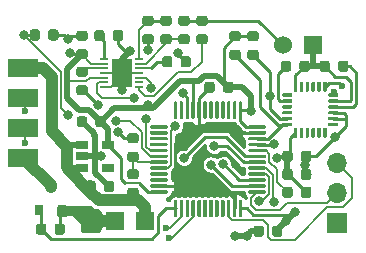
<source format=gbr>
G04 #@! TF.GenerationSoftware,KiCad,Pcbnew,(5.99.0-2119-g1c72042fc)*
G04 #@! TF.CreationDate,2020-07-20T23:30:33+02:00*
G04 #@! TF.ProjectId,ledCollar_PCB,6c656443-6f6c-46c6-9172-5f5043422e6b,rev?*
G04 #@! TF.SameCoordinates,Original*
G04 #@! TF.FileFunction,Copper,L1,Top*
G04 #@! TF.FilePolarity,Positive*
%FSLAX46Y46*%
G04 Gerber Fmt 4.6, Leading zero omitted, Abs format (unit mm)*
G04 Created by KiCad (PCBNEW (5.99.0-2119-g1c72042fc)) date 2020-07-20 23:30:33*
%MOMM*%
%LPD*%
G01*
G04 APERTURE LIST*
G04 #@! TA.AperFunction,SMDPad,CuDef*
%ADD10R,2.500000X1.500000*%
G04 #@! TD*
G04 #@! TA.AperFunction,ComponentPad*
%ADD11C,1.524000*%
G04 #@! TD*
G04 #@! TA.AperFunction,ComponentPad*
%ADD12R,1.524000X1.524000*%
G04 #@! TD*
G04 #@! TA.AperFunction,SMDPad,CuDef*
%ADD13R,1.500000X1.500000*%
G04 #@! TD*
G04 #@! TA.AperFunction,SMDPad,CuDef*
%ADD14R,1.780000X2.350000*%
G04 #@! TD*
G04 #@! TA.AperFunction,SMDPad,CuDef*
%ADD15R,0.700000X0.250000*%
G04 #@! TD*
G04 #@! TA.AperFunction,SMDPad,CuDef*
%ADD16R,1.060000X0.650000*%
G04 #@! TD*
G04 #@! TA.AperFunction,SMDPad,CuDef*
%ADD17R,0.800000X0.900000*%
G04 #@! TD*
G04 #@! TA.AperFunction,ComponentPad*
%ADD18O,1.700000X1.700000*%
G04 #@! TD*
G04 #@! TA.AperFunction,ComponentPad*
%ADD19R,1.700000X1.700000*%
G04 #@! TD*
G04 #@! TA.AperFunction,ViaPad*
%ADD20C,0.800000*%
G04 #@! TD*
G04 #@! TA.AperFunction,ViaPad*
%ADD21C,0.600000*%
G04 #@! TD*
G04 #@! TA.AperFunction,Conductor*
%ADD22C,1.000000*%
G04 #@! TD*
G04 #@! TA.AperFunction,Conductor*
%ADD23C,0.127000*%
G04 #@! TD*
G04 #@! TA.AperFunction,Conductor*
%ADD24C,0.250000*%
G04 #@! TD*
G04 #@! TA.AperFunction,Conductor*
%ADD25C,0.500000*%
G04 #@! TD*
G04 #@! TA.AperFunction,Conductor*
%ADD26C,0.254000*%
G04 #@! TD*
G04 APERTURE END LIST*
D10*
X101473000Y-112649000D03*
X101473000Y-105029000D03*
X101473000Y-107569000D03*
X101473000Y-110109000D03*
G04 #@! TA.AperFunction,SMDPad,CuDef*
G36*
G01*
X103562500Y-102506250D02*
X103562500Y-101993750D01*
G75*
G02*
X103781250Y-101775000I218750J0D01*
G01*
X104218750Y-101775000D01*
G75*
G02*
X104437500Y-101993750I0J-218750D01*
G01*
X104437500Y-102506250D01*
G75*
G02*
X104218750Y-102725000I-218750J0D01*
G01*
X103781250Y-102725000D01*
G75*
G02*
X103562500Y-102506250I0J218750D01*
G01*
G37*
G04 #@! TD.AperFunction*
G04 #@! TA.AperFunction,SMDPad,CuDef*
G36*
G01*
X101987500Y-102506250D02*
X101987500Y-101993750D01*
G75*
G02*
X102206250Y-101775000I218750J0D01*
G01*
X102643750Y-101775000D01*
G75*
G02*
X102862500Y-101993750I0J-218750D01*
G01*
X102862500Y-102506250D01*
G75*
G02*
X102643750Y-102725000I-218750J0D01*
G01*
X102206250Y-102725000D01*
G75*
G02*
X101987500Y-102506250I0J218750D01*
G01*
G37*
G04 #@! TD.AperFunction*
D11*
X123444000Y-103124000D03*
D12*
X125984000Y-103124000D03*
D13*
X109220000Y-117983000D03*
X111760000Y-117983000D03*
G04 #@! TA.AperFunction,SMDPad,CuDef*
G36*
G01*
X119123750Y-103499500D02*
X119636250Y-103499500D01*
G75*
G02*
X119855000Y-103718250I0J-218750D01*
G01*
X119855000Y-104155750D01*
G75*
G02*
X119636250Y-104374500I-218750J0D01*
G01*
X119123750Y-104374500D01*
G75*
G02*
X118905000Y-104155750I0J218750D01*
G01*
X118905000Y-103718250D01*
G75*
G02*
X119123750Y-103499500I218750J0D01*
G01*
G37*
G04 #@! TD.AperFunction*
G04 #@! TA.AperFunction,SMDPad,CuDef*
G36*
G01*
X119123750Y-101924500D02*
X119636250Y-101924500D01*
G75*
G02*
X119855000Y-102143250I0J-218750D01*
G01*
X119855000Y-102580750D01*
G75*
G02*
X119636250Y-102799500I-218750J0D01*
G01*
X119123750Y-102799500D01*
G75*
G02*
X118905000Y-102580750I0J218750D01*
G01*
X118905000Y-102143250D01*
G75*
G02*
X119123750Y-101924500I218750J0D01*
G01*
G37*
G04 #@! TD.AperFunction*
G04 #@! TA.AperFunction,SMDPad,CuDef*
G36*
G01*
X120647750Y-103499500D02*
X121160250Y-103499500D01*
G75*
G02*
X121379000Y-103718250I0J-218750D01*
G01*
X121379000Y-104155750D01*
G75*
G02*
X121160250Y-104374500I-218750J0D01*
G01*
X120647750Y-104374500D01*
G75*
G02*
X120429000Y-104155750I0J218750D01*
G01*
X120429000Y-103718250D01*
G75*
G02*
X120647750Y-103499500I218750J0D01*
G01*
G37*
G04 #@! TD.AperFunction*
G04 #@! TA.AperFunction,SMDPad,CuDef*
G36*
G01*
X120647750Y-101924500D02*
X121160250Y-101924500D01*
G75*
G02*
X121379000Y-102143250I0J-218750D01*
G01*
X121379000Y-102580750D01*
G75*
G02*
X121160250Y-102799500I-218750J0D01*
G01*
X120647750Y-102799500D01*
G75*
G02*
X120429000Y-102580750I0J218750D01*
G01*
X120429000Y-102143250D01*
G75*
G02*
X120647750Y-101924500I218750J0D01*
G01*
G37*
G04 #@! TD.AperFunction*
G04 #@! TA.AperFunction,SMDPad,CuDef*
G36*
G01*
X127404460Y-104642423D02*
X127404460Y-105154923D01*
G75*
G02*
X127185710Y-105373673I-218750J0D01*
G01*
X126748210Y-105373673D01*
G75*
G02*
X126529460Y-105154923I0J218750D01*
G01*
X126529460Y-104642423D01*
G75*
G02*
X126748210Y-104423673I218750J0D01*
G01*
X127185710Y-104423673D01*
G75*
G02*
X127404460Y-104642423I0J-218750D01*
G01*
G37*
G04 #@! TD.AperFunction*
G04 #@! TA.AperFunction,SMDPad,CuDef*
G36*
G01*
X128979460Y-104642423D02*
X128979460Y-105154923D01*
G75*
G02*
X128760710Y-105373673I-218750J0D01*
G01*
X128323210Y-105373673D01*
G75*
G02*
X128104460Y-105154923I0J218750D01*
G01*
X128104460Y-104642423D01*
G75*
G02*
X128323210Y-104423673I218750J0D01*
G01*
X128760710Y-104423673D01*
G75*
G02*
X128979460Y-104642423I0J-218750D01*
G01*
G37*
G04 #@! TD.AperFunction*
G04 #@! TA.AperFunction,SMDPad,CuDef*
G36*
G01*
X124835500Y-105152063D02*
X124835500Y-104639563D01*
G75*
G02*
X125054250Y-104420813I218750J0D01*
G01*
X125491750Y-104420813D01*
G75*
G02*
X125710500Y-104639563I0J-218750D01*
G01*
X125710500Y-105152063D01*
G75*
G02*
X125491750Y-105370813I-218750J0D01*
G01*
X125054250Y-105370813D01*
G75*
G02*
X124835500Y-105152063I0J218750D01*
G01*
G37*
G04 #@! TD.AperFunction*
G04 #@! TA.AperFunction,SMDPad,CuDef*
G36*
G01*
X123260500Y-105152063D02*
X123260500Y-104639563D01*
G75*
G02*
X123479250Y-104420813I218750J0D01*
G01*
X123916750Y-104420813D01*
G75*
G02*
X124135500Y-104639563I0J-218750D01*
G01*
X124135500Y-105152063D01*
G75*
G02*
X123916750Y-105370813I-218750J0D01*
G01*
X123479250Y-105370813D01*
G75*
G02*
X123260500Y-105152063I0J218750D01*
G01*
G37*
G04 #@! TD.AperFunction*
G04 #@! TA.AperFunction,SMDPad,CuDef*
G36*
G01*
X124264310Y-112265750D02*
X124264310Y-112778250D01*
G75*
G02*
X124045560Y-112997000I-218750J0D01*
G01*
X123608060Y-112997000D01*
G75*
G02*
X123389310Y-112778250I0J218750D01*
G01*
X123389310Y-112265750D01*
G75*
G02*
X123608060Y-112047000I218750J0D01*
G01*
X124045560Y-112047000D01*
G75*
G02*
X124264310Y-112265750I0J-218750D01*
G01*
G37*
G04 #@! TD.AperFunction*
G04 #@! TA.AperFunction,SMDPad,CuDef*
G36*
G01*
X125839310Y-112265750D02*
X125839310Y-112778250D01*
G75*
G02*
X125620560Y-112997000I-218750J0D01*
G01*
X125183060Y-112997000D01*
G75*
G02*
X124964310Y-112778250I0J218750D01*
G01*
X124964310Y-112265750D01*
G75*
G02*
X125183060Y-112047000I218750J0D01*
G01*
X125620560Y-112047000D01*
G75*
G02*
X125839310Y-112265750I0J-218750D01*
G01*
G37*
G04 #@! TD.AperFunction*
G04 #@! TA.AperFunction,SMDPad,CuDef*
G36*
G01*
X124259422Y-113789750D02*
X124259422Y-114302250D01*
G75*
G02*
X124040672Y-114521000I-218750J0D01*
G01*
X123603172Y-114521000D01*
G75*
G02*
X123384422Y-114302250I0J218750D01*
G01*
X123384422Y-113789750D01*
G75*
G02*
X123603172Y-113571000I218750J0D01*
G01*
X124040672Y-113571000D01*
G75*
G02*
X124259422Y-113789750I0J-218750D01*
G01*
G37*
G04 #@! TD.AperFunction*
G04 #@! TA.AperFunction,SMDPad,CuDef*
G36*
G01*
X125834422Y-113789750D02*
X125834422Y-114302250D01*
G75*
G02*
X125615672Y-114521000I-218750J0D01*
G01*
X125178172Y-114521000D01*
G75*
G02*
X124959422Y-114302250I0J218750D01*
G01*
X124959422Y-113789750D01*
G75*
G02*
X125178172Y-113571000I218750J0D01*
G01*
X125615672Y-113571000D01*
G75*
G02*
X125834422Y-113789750I0J-218750D01*
G01*
G37*
G04 #@! TD.AperFunction*
G04 #@! TA.AperFunction,SMDPad,CuDef*
G36*
G01*
X124225000Y-109757366D02*
X124225000Y-109907366D01*
G75*
G02*
X124150000Y-109982366I-75000J0D01*
G01*
X123450000Y-109982366D01*
G75*
G02*
X123375000Y-109907366I0J75000D01*
G01*
X123375000Y-109757366D01*
G75*
G02*
X123450000Y-109682366I75000J0D01*
G01*
X124150000Y-109682366D01*
G75*
G02*
X124225000Y-109757366I0J-75000D01*
G01*
G37*
G04 #@! TD.AperFunction*
G04 #@! TA.AperFunction,SMDPad,CuDef*
G36*
G01*
X124225000Y-109257366D02*
X124225000Y-109407366D01*
G75*
G02*
X124150000Y-109482366I-75000J0D01*
G01*
X123450000Y-109482366D01*
G75*
G02*
X123375000Y-109407366I0J75000D01*
G01*
X123375000Y-109257366D01*
G75*
G02*
X123450000Y-109182366I75000J0D01*
G01*
X124150000Y-109182366D01*
G75*
G02*
X124225000Y-109257366I0J-75000D01*
G01*
G37*
G04 #@! TD.AperFunction*
G04 #@! TA.AperFunction,SMDPad,CuDef*
G36*
G01*
X124225000Y-108757366D02*
X124225000Y-108907366D01*
G75*
G02*
X124150000Y-108982366I-75000J0D01*
G01*
X123450000Y-108982366D01*
G75*
G02*
X123375000Y-108907366I0J75000D01*
G01*
X123375000Y-108757366D01*
G75*
G02*
X123450000Y-108682366I75000J0D01*
G01*
X124150000Y-108682366D01*
G75*
G02*
X124225000Y-108757366I0J-75000D01*
G01*
G37*
G04 #@! TD.AperFunction*
G04 #@! TA.AperFunction,SMDPad,CuDef*
G36*
G01*
X124225000Y-108257366D02*
X124225000Y-108407366D01*
G75*
G02*
X124150000Y-108482366I-75000J0D01*
G01*
X123450000Y-108482366D01*
G75*
G02*
X123375000Y-108407366I0J75000D01*
G01*
X123375000Y-108257366D01*
G75*
G02*
X123450000Y-108182366I75000J0D01*
G01*
X124150000Y-108182366D01*
G75*
G02*
X124225000Y-108257366I0J-75000D01*
G01*
G37*
G04 #@! TD.AperFunction*
G04 #@! TA.AperFunction,SMDPad,CuDef*
G36*
G01*
X124225000Y-107757366D02*
X124225000Y-107907366D01*
G75*
G02*
X124150000Y-107982366I-75000J0D01*
G01*
X123450000Y-107982366D01*
G75*
G02*
X123375000Y-107907366I0J75000D01*
G01*
X123375000Y-107757366D01*
G75*
G02*
X123450000Y-107682366I75000J0D01*
G01*
X124150000Y-107682366D01*
G75*
G02*
X124225000Y-107757366I0J-75000D01*
G01*
G37*
G04 #@! TD.AperFunction*
G04 #@! TA.AperFunction,SMDPad,CuDef*
G36*
G01*
X124225000Y-107257366D02*
X124225000Y-107407366D01*
G75*
G02*
X124150000Y-107482366I-75000J0D01*
G01*
X123450000Y-107482366D01*
G75*
G02*
X123375000Y-107407366I0J75000D01*
G01*
X123375000Y-107257366D01*
G75*
G02*
X123450000Y-107182366I75000J0D01*
G01*
X124150000Y-107182366D01*
G75*
G02*
X124225000Y-107257366I0J-75000D01*
G01*
G37*
G04 #@! TD.AperFunction*
G04 #@! TA.AperFunction,SMDPad,CuDef*
G36*
G01*
X124575000Y-107057366D02*
X124425000Y-107057366D01*
G75*
G02*
X124350000Y-106982366I0J75000D01*
G01*
X124350000Y-106282366D01*
G75*
G02*
X124425000Y-106207366I75000J0D01*
G01*
X124575000Y-106207366D01*
G75*
G02*
X124650000Y-106282366I0J-75000D01*
G01*
X124650000Y-106982366D01*
G75*
G02*
X124575000Y-107057366I-75000J0D01*
G01*
G37*
G04 #@! TD.AperFunction*
G04 #@! TA.AperFunction,SMDPad,CuDef*
G36*
G01*
X125075000Y-107057366D02*
X124925000Y-107057366D01*
G75*
G02*
X124850000Y-106982366I0J75000D01*
G01*
X124850000Y-106282366D01*
G75*
G02*
X124925000Y-106207366I75000J0D01*
G01*
X125075000Y-106207366D01*
G75*
G02*
X125150000Y-106282366I0J-75000D01*
G01*
X125150000Y-106982366D01*
G75*
G02*
X125075000Y-107057366I-75000J0D01*
G01*
G37*
G04 #@! TD.AperFunction*
G04 #@! TA.AperFunction,SMDPad,CuDef*
G36*
G01*
X125575000Y-107057366D02*
X125425000Y-107057366D01*
G75*
G02*
X125350000Y-106982366I0J75000D01*
G01*
X125350000Y-106282366D01*
G75*
G02*
X125425000Y-106207366I75000J0D01*
G01*
X125575000Y-106207366D01*
G75*
G02*
X125650000Y-106282366I0J-75000D01*
G01*
X125650000Y-106982366D01*
G75*
G02*
X125575000Y-107057366I-75000J0D01*
G01*
G37*
G04 #@! TD.AperFunction*
G04 #@! TA.AperFunction,SMDPad,CuDef*
G36*
G01*
X126075000Y-107057366D02*
X125925000Y-107057366D01*
G75*
G02*
X125850000Y-106982366I0J75000D01*
G01*
X125850000Y-106282366D01*
G75*
G02*
X125925000Y-106207366I75000J0D01*
G01*
X126075000Y-106207366D01*
G75*
G02*
X126150000Y-106282366I0J-75000D01*
G01*
X126150000Y-106982366D01*
G75*
G02*
X126075000Y-107057366I-75000J0D01*
G01*
G37*
G04 #@! TD.AperFunction*
G04 #@! TA.AperFunction,SMDPad,CuDef*
G36*
G01*
X126575000Y-107057366D02*
X126425000Y-107057366D01*
G75*
G02*
X126350000Y-106982366I0J75000D01*
G01*
X126350000Y-106282366D01*
G75*
G02*
X126425000Y-106207366I75000J0D01*
G01*
X126575000Y-106207366D01*
G75*
G02*
X126650000Y-106282366I0J-75000D01*
G01*
X126650000Y-106982366D01*
G75*
G02*
X126575000Y-107057366I-75000J0D01*
G01*
G37*
G04 #@! TD.AperFunction*
G04 #@! TA.AperFunction,SMDPad,CuDef*
G36*
G01*
X127075000Y-107057366D02*
X126925000Y-107057366D01*
G75*
G02*
X126850000Y-106982366I0J75000D01*
G01*
X126850000Y-106282366D01*
G75*
G02*
X126925000Y-106207366I75000J0D01*
G01*
X127075000Y-106207366D01*
G75*
G02*
X127150000Y-106282366I0J-75000D01*
G01*
X127150000Y-106982366D01*
G75*
G02*
X127075000Y-107057366I-75000J0D01*
G01*
G37*
G04 #@! TD.AperFunction*
G04 #@! TA.AperFunction,SMDPad,CuDef*
G36*
G01*
X128125000Y-107257366D02*
X128125000Y-107407366D01*
G75*
G02*
X128050000Y-107482366I-75000J0D01*
G01*
X127350000Y-107482366D01*
G75*
G02*
X127275000Y-107407366I0J75000D01*
G01*
X127275000Y-107257366D01*
G75*
G02*
X127350000Y-107182366I75000J0D01*
G01*
X128050000Y-107182366D01*
G75*
G02*
X128125000Y-107257366I0J-75000D01*
G01*
G37*
G04 #@! TD.AperFunction*
G04 #@! TA.AperFunction,SMDPad,CuDef*
G36*
G01*
X128125000Y-107757366D02*
X128125000Y-107907366D01*
G75*
G02*
X128050000Y-107982366I-75000J0D01*
G01*
X127350000Y-107982366D01*
G75*
G02*
X127275000Y-107907366I0J75000D01*
G01*
X127275000Y-107757366D01*
G75*
G02*
X127350000Y-107682366I75000J0D01*
G01*
X128050000Y-107682366D01*
G75*
G02*
X128125000Y-107757366I0J-75000D01*
G01*
G37*
G04 #@! TD.AperFunction*
G04 #@! TA.AperFunction,SMDPad,CuDef*
G36*
G01*
X128125000Y-108257366D02*
X128125000Y-108407366D01*
G75*
G02*
X128050000Y-108482366I-75000J0D01*
G01*
X127350000Y-108482366D01*
G75*
G02*
X127275000Y-108407366I0J75000D01*
G01*
X127275000Y-108257366D01*
G75*
G02*
X127350000Y-108182366I75000J0D01*
G01*
X128050000Y-108182366D01*
G75*
G02*
X128125000Y-108257366I0J-75000D01*
G01*
G37*
G04 #@! TD.AperFunction*
G04 #@! TA.AperFunction,SMDPad,CuDef*
G36*
G01*
X128125000Y-108757366D02*
X128125000Y-108907366D01*
G75*
G02*
X128050000Y-108982366I-75000J0D01*
G01*
X127350000Y-108982366D01*
G75*
G02*
X127275000Y-108907366I0J75000D01*
G01*
X127275000Y-108757366D01*
G75*
G02*
X127350000Y-108682366I75000J0D01*
G01*
X128050000Y-108682366D01*
G75*
G02*
X128125000Y-108757366I0J-75000D01*
G01*
G37*
G04 #@! TD.AperFunction*
G04 #@! TA.AperFunction,SMDPad,CuDef*
G36*
G01*
X128125000Y-109257366D02*
X128125000Y-109407366D01*
G75*
G02*
X128050000Y-109482366I-75000J0D01*
G01*
X127350000Y-109482366D01*
G75*
G02*
X127275000Y-109407366I0J75000D01*
G01*
X127275000Y-109257366D01*
G75*
G02*
X127350000Y-109182366I75000J0D01*
G01*
X128050000Y-109182366D01*
G75*
G02*
X128125000Y-109257366I0J-75000D01*
G01*
G37*
G04 #@! TD.AperFunction*
G04 #@! TA.AperFunction,SMDPad,CuDef*
G36*
G01*
X128125000Y-109757366D02*
X128125000Y-109907366D01*
G75*
G02*
X128050000Y-109982366I-75000J0D01*
G01*
X127350000Y-109982366D01*
G75*
G02*
X127275000Y-109907366I0J75000D01*
G01*
X127275000Y-109757366D01*
G75*
G02*
X127350000Y-109682366I75000J0D01*
G01*
X128050000Y-109682366D01*
G75*
G02*
X128125000Y-109757366I0J-75000D01*
G01*
G37*
G04 #@! TD.AperFunction*
G04 #@! TA.AperFunction,SMDPad,CuDef*
G36*
G01*
X127075000Y-110957366D02*
X126925000Y-110957366D01*
G75*
G02*
X126850000Y-110882366I0J75000D01*
G01*
X126850000Y-110182366D01*
G75*
G02*
X126925000Y-110107366I75000J0D01*
G01*
X127075000Y-110107366D01*
G75*
G02*
X127150000Y-110182366I0J-75000D01*
G01*
X127150000Y-110882366D01*
G75*
G02*
X127075000Y-110957366I-75000J0D01*
G01*
G37*
G04 #@! TD.AperFunction*
G04 #@! TA.AperFunction,SMDPad,CuDef*
G36*
G01*
X126575000Y-110957366D02*
X126425000Y-110957366D01*
G75*
G02*
X126350000Y-110882366I0J75000D01*
G01*
X126350000Y-110182366D01*
G75*
G02*
X126425000Y-110107366I75000J0D01*
G01*
X126575000Y-110107366D01*
G75*
G02*
X126650000Y-110182366I0J-75000D01*
G01*
X126650000Y-110882366D01*
G75*
G02*
X126575000Y-110957366I-75000J0D01*
G01*
G37*
G04 #@! TD.AperFunction*
G04 #@! TA.AperFunction,SMDPad,CuDef*
G36*
G01*
X126075000Y-110957366D02*
X125925000Y-110957366D01*
G75*
G02*
X125850000Y-110882366I0J75000D01*
G01*
X125850000Y-110182366D01*
G75*
G02*
X125925000Y-110107366I75000J0D01*
G01*
X126075000Y-110107366D01*
G75*
G02*
X126150000Y-110182366I0J-75000D01*
G01*
X126150000Y-110882366D01*
G75*
G02*
X126075000Y-110957366I-75000J0D01*
G01*
G37*
G04 #@! TD.AperFunction*
G04 #@! TA.AperFunction,SMDPad,CuDef*
G36*
G01*
X125575000Y-110957366D02*
X125425000Y-110957366D01*
G75*
G02*
X125350000Y-110882366I0J75000D01*
G01*
X125350000Y-110182366D01*
G75*
G02*
X125425000Y-110107366I75000J0D01*
G01*
X125575000Y-110107366D01*
G75*
G02*
X125650000Y-110182366I0J-75000D01*
G01*
X125650000Y-110882366D01*
G75*
G02*
X125575000Y-110957366I-75000J0D01*
G01*
G37*
G04 #@! TD.AperFunction*
G04 #@! TA.AperFunction,SMDPad,CuDef*
G36*
G01*
X125075000Y-110957366D02*
X124925000Y-110957366D01*
G75*
G02*
X124850000Y-110882366I0J75000D01*
G01*
X124850000Y-110182366D01*
G75*
G02*
X124925000Y-110107366I75000J0D01*
G01*
X125075000Y-110107366D01*
G75*
G02*
X125150000Y-110182366I0J-75000D01*
G01*
X125150000Y-110882366D01*
G75*
G02*
X125075000Y-110957366I-75000J0D01*
G01*
G37*
G04 #@! TD.AperFunction*
G04 #@! TA.AperFunction,SMDPad,CuDef*
G36*
G01*
X124575000Y-110957366D02*
X124425000Y-110957366D01*
G75*
G02*
X124350000Y-110882366I0J75000D01*
G01*
X124350000Y-110182366D01*
G75*
G02*
X124425000Y-110107366I75000J0D01*
G01*
X124575000Y-110107366D01*
G75*
G02*
X124650000Y-110182366I0J-75000D01*
G01*
X124650000Y-110882366D01*
G75*
G02*
X124575000Y-110957366I-75000J0D01*
G01*
G37*
G04 #@! TD.AperFunction*
D14*
X109806000Y-105467000D03*
D15*
X111281000Y-106667000D03*
X108331000Y-106667000D03*
X108331000Y-104267000D03*
X108331000Y-104667000D03*
X108331000Y-105067000D03*
X108331000Y-105467000D03*
X108331000Y-105867000D03*
X108331000Y-106267000D03*
X111281000Y-106267000D03*
X111281000Y-105867000D03*
X111281000Y-105467000D03*
X111281000Y-105067000D03*
X111281000Y-104667000D03*
X111281000Y-104267000D03*
G04 #@! TA.AperFunction,SMDPad,CuDef*
G36*
G01*
X120594000Y-109876000D02*
X121919000Y-109876000D01*
G75*
G02*
X121994000Y-109951000I0J-75000D01*
G01*
X121994000Y-110101000D01*
G75*
G02*
X121919000Y-110176000I-75000J0D01*
G01*
X120594000Y-110176000D01*
G75*
G02*
X120519000Y-110101000I0J75000D01*
G01*
X120519000Y-109951000D01*
G75*
G02*
X120594000Y-109876000I75000J0D01*
G01*
G37*
G04 #@! TD.AperFunction*
G04 #@! TA.AperFunction,SMDPad,CuDef*
G36*
G01*
X120594000Y-110376000D02*
X121919000Y-110376000D01*
G75*
G02*
X121994000Y-110451000I0J-75000D01*
G01*
X121994000Y-110601000D01*
G75*
G02*
X121919000Y-110676000I-75000J0D01*
G01*
X120594000Y-110676000D01*
G75*
G02*
X120519000Y-110601000I0J75000D01*
G01*
X120519000Y-110451000D01*
G75*
G02*
X120594000Y-110376000I75000J0D01*
G01*
G37*
G04 #@! TD.AperFunction*
G04 #@! TA.AperFunction,SMDPad,CuDef*
G36*
G01*
X120594000Y-110876000D02*
X121919000Y-110876000D01*
G75*
G02*
X121994000Y-110951000I0J-75000D01*
G01*
X121994000Y-111101000D01*
G75*
G02*
X121919000Y-111176000I-75000J0D01*
G01*
X120594000Y-111176000D01*
G75*
G02*
X120519000Y-111101000I0J75000D01*
G01*
X120519000Y-110951000D01*
G75*
G02*
X120594000Y-110876000I75000J0D01*
G01*
G37*
G04 #@! TD.AperFunction*
G04 #@! TA.AperFunction,SMDPad,CuDef*
G36*
G01*
X120594000Y-111376000D02*
X121919000Y-111376000D01*
G75*
G02*
X121994000Y-111451000I0J-75000D01*
G01*
X121994000Y-111601000D01*
G75*
G02*
X121919000Y-111676000I-75000J0D01*
G01*
X120594000Y-111676000D01*
G75*
G02*
X120519000Y-111601000I0J75000D01*
G01*
X120519000Y-111451000D01*
G75*
G02*
X120594000Y-111376000I75000J0D01*
G01*
G37*
G04 #@! TD.AperFunction*
G04 #@! TA.AperFunction,SMDPad,CuDef*
G36*
G01*
X120594000Y-111876000D02*
X121919000Y-111876000D01*
G75*
G02*
X121994000Y-111951000I0J-75000D01*
G01*
X121994000Y-112101000D01*
G75*
G02*
X121919000Y-112176000I-75000J0D01*
G01*
X120594000Y-112176000D01*
G75*
G02*
X120519000Y-112101000I0J75000D01*
G01*
X120519000Y-111951000D01*
G75*
G02*
X120594000Y-111876000I75000J0D01*
G01*
G37*
G04 #@! TD.AperFunction*
G04 #@! TA.AperFunction,SMDPad,CuDef*
G36*
G01*
X120594000Y-112376000D02*
X121919000Y-112376000D01*
G75*
G02*
X121994000Y-112451000I0J-75000D01*
G01*
X121994000Y-112601000D01*
G75*
G02*
X121919000Y-112676000I-75000J0D01*
G01*
X120594000Y-112676000D01*
G75*
G02*
X120519000Y-112601000I0J75000D01*
G01*
X120519000Y-112451000D01*
G75*
G02*
X120594000Y-112376000I75000J0D01*
G01*
G37*
G04 #@! TD.AperFunction*
G04 #@! TA.AperFunction,SMDPad,CuDef*
G36*
G01*
X120594000Y-112876000D02*
X121919000Y-112876000D01*
G75*
G02*
X121994000Y-112951000I0J-75000D01*
G01*
X121994000Y-113101000D01*
G75*
G02*
X121919000Y-113176000I-75000J0D01*
G01*
X120594000Y-113176000D01*
G75*
G02*
X120519000Y-113101000I0J75000D01*
G01*
X120519000Y-112951000D01*
G75*
G02*
X120594000Y-112876000I75000J0D01*
G01*
G37*
G04 #@! TD.AperFunction*
G04 #@! TA.AperFunction,SMDPad,CuDef*
G36*
G01*
X120594000Y-113376000D02*
X121919000Y-113376000D01*
G75*
G02*
X121994000Y-113451000I0J-75000D01*
G01*
X121994000Y-113601000D01*
G75*
G02*
X121919000Y-113676000I-75000J0D01*
G01*
X120594000Y-113676000D01*
G75*
G02*
X120519000Y-113601000I0J75000D01*
G01*
X120519000Y-113451000D01*
G75*
G02*
X120594000Y-113376000I75000J0D01*
G01*
G37*
G04 #@! TD.AperFunction*
G04 #@! TA.AperFunction,SMDPad,CuDef*
G36*
G01*
X120594000Y-113876000D02*
X121919000Y-113876000D01*
G75*
G02*
X121994000Y-113951000I0J-75000D01*
G01*
X121994000Y-114101000D01*
G75*
G02*
X121919000Y-114176000I-75000J0D01*
G01*
X120594000Y-114176000D01*
G75*
G02*
X120519000Y-114101000I0J75000D01*
G01*
X120519000Y-113951000D01*
G75*
G02*
X120594000Y-113876000I75000J0D01*
G01*
G37*
G04 #@! TD.AperFunction*
G04 #@! TA.AperFunction,SMDPad,CuDef*
G36*
G01*
X120594000Y-114376000D02*
X121919000Y-114376000D01*
G75*
G02*
X121994000Y-114451000I0J-75000D01*
G01*
X121994000Y-114601000D01*
G75*
G02*
X121919000Y-114676000I-75000J0D01*
G01*
X120594000Y-114676000D01*
G75*
G02*
X120519000Y-114601000I0J75000D01*
G01*
X120519000Y-114451000D01*
G75*
G02*
X120594000Y-114376000I75000J0D01*
G01*
G37*
G04 #@! TD.AperFunction*
G04 #@! TA.AperFunction,SMDPad,CuDef*
G36*
G01*
X120594000Y-114876000D02*
X121919000Y-114876000D01*
G75*
G02*
X121994000Y-114951000I0J-75000D01*
G01*
X121994000Y-115101000D01*
G75*
G02*
X121919000Y-115176000I-75000J0D01*
G01*
X120594000Y-115176000D01*
G75*
G02*
X120519000Y-115101000I0J75000D01*
G01*
X120519000Y-114951000D01*
G75*
G02*
X120594000Y-114876000I75000J0D01*
G01*
G37*
G04 #@! TD.AperFunction*
G04 #@! TA.AperFunction,SMDPad,CuDef*
G36*
G01*
X120594000Y-115376000D02*
X121919000Y-115376000D01*
G75*
G02*
X121994000Y-115451000I0J-75000D01*
G01*
X121994000Y-115601000D01*
G75*
G02*
X121919000Y-115676000I-75000J0D01*
G01*
X120594000Y-115676000D01*
G75*
G02*
X120519000Y-115601000I0J75000D01*
G01*
X120519000Y-115451000D01*
G75*
G02*
X120594000Y-115376000I75000J0D01*
G01*
G37*
G04 #@! TD.AperFunction*
G04 #@! TA.AperFunction,SMDPad,CuDef*
G36*
G01*
X119769000Y-116201000D02*
X119919000Y-116201000D01*
G75*
G02*
X119994000Y-116276000I0J-75000D01*
G01*
X119994000Y-117601000D01*
G75*
G02*
X119919000Y-117676000I-75000J0D01*
G01*
X119769000Y-117676000D01*
G75*
G02*
X119694000Y-117601000I0J75000D01*
G01*
X119694000Y-116276000D01*
G75*
G02*
X119769000Y-116201000I75000J0D01*
G01*
G37*
G04 #@! TD.AperFunction*
G04 #@! TA.AperFunction,SMDPad,CuDef*
G36*
G01*
X119269000Y-116201000D02*
X119419000Y-116201000D01*
G75*
G02*
X119494000Y-116276000I0J-75000D01*
G01*
X119494000Y-117601000D01*
G75*
G02*
X119419000Y-117676000I-75000J0D01*
G01*
X119269000Y-117676000D01*
G75*
G02*
X119194000Y-117601000I0J75000D01*
G01*
X119194000Y-116276000D01*
G75*
G02*
X119269000Y-116201000I75000J0D01*
G01*
G37*
G04 #@! TD.AperFunction*
G04 #@! TA.AperFunction,SMDPad,CuDef*
G36*
G01*
X118769000Y-116201000D02*
X118919000Y-116201000D01*
G75*
G02*
X118994000Y-116276000I0J-75000D01*
G01*
X118994000Y-117601000D01*
G75*
G02*
X118919000Y-117676000I-75000J0D01*
G01*
X118769000Y-117676000D01*
G75*
G02*
X118694000Y-117601000I0J75000D01*
G01*
X118694000Y-116276000D01*
G75*
G02*
X118769000Y-116201000I75000J0D01*
G01*
G37*
G04 #@! TD.AperFunction*
G04 #@! TA.AperFunction,SMDPad,CuDef*
G36*
G01*
X118269000Y-116201000D02*
X118419000Y-116201000D01*
G75*
G02*
X118494000Y-116276000I0J-75000D01*
G01*
X118494000Y-117601000D01*
G75*
G02*
X118419000Y-117676000I-75000J0D01*
G01*
X118269000Y-117676000D01*
G75*
G02*
X118194000Y-117601000I0J75000D01*
G01*
X118194000Y-116276000D01*
G75*
G02*
X118269000Y-116201000I75000J0D01*
G01*
G37*
G04 #@! TD.AperFunction*
G04 #@! TA.AperFunction,SMDPad,CuDef*
G36*
G01*
X117769000Y-116201000D02*
X117919000Y-116201000D01*
G75*
G02*
X117994000Y-116276000I0J-75000D01*
G01*
X117994000Y-117601000D01*
G75*
G02*
X117919000Y-117676000I-75000J0D01*
G01*
X117769000Y-117676000D01*
G75*
G02*
X117694000Y-117601000I0J75000D01*
G01*
X117694000Y-116276000D01*
G75*
G02*
X117769000Y-116201000I75000J0D01*
G01*
G37*
G04 #@! TD.AperFunction*
G04 #@! TA.AperFunction,SMDPad,CuDef*
G36*
G01*
X117269000Y-116201000D02*
X117419000Y-116201000D01*
G75*
G02*
X117494000Y-116276000I0J-75000D01*
G01*
X117494000Y-117601000D01*
G75*
G02*
X117419000Y-117676000I-75000J0D01*
G01*
X117269000Y-117676000D01*
G75*
G02*
X117194000Y-117601000I0J75000D01*
G01*
X117194000Y-116276000D01*
G75*
G02*
X117269000Y-116201000I75000J0D01*
G01*
G37*
G04 #@! TD.AperFunction*
G04 #@! TA.AperFunction,SMDPad,CuDef*
G36*
G01*
X116769000Y-116201000D02*
X116919000Y-116201000D01*
G75*
G02*
X116994000Y-116276000I0J-75000D01*
G01*
X116994000Y-117601000D01*
G75*
G02*
X116919000Y-117676000I-75000J0D01*
G01*
X116769000Y-117676000D01*
G75*
G02*
X116694000Y-117601000I0J75000D01*
G01*
X116694000Y-116276000D01*
G75*
G02*
X116769000Y-116201000I75000J0D01*
G01*
G37*
G04 #@! TD.AperFunction*
G04 #@! TA.AperFunction,SMDPad,CuDef*
G36*
G01*
X116269000Y-116201000D02*
X116419000Y-116201000D01*
G75*
G02*
X116494000Y-116276000I0J-75000D01*
G01*
X116494000Y-117601000D01*
G75*
G02*
X116419000Y-117676000I-75000J0D01*
G01*
X116269000Y-117676000D01*
G75*
G02*
X116194000Y-117601000I0J75000D01*
G01*
X116194000Y-116276000D01*
G75*
G02*
X116269000Y-116201000I75000J0D01*
G01*
G37*
G04 #@! TD.AperFunction*
G04 #@! TA.AperFunction,SMDPad,CuDef*
G36*
G01*
X115769000Y-116201000D02*
X115919000Y-116201000D01*
G75*
G02*
X115994000Y-116276000I0J-75000D01*
G01*
X115994000Y-117601000D01*
G75*
G02*
X115919000Y-117676000I-75000J0D01*
G01*
X115769000Y-117676000D01*
G75*
G02*
X115694000Y-117601000I0J75000D01*
G01*
X115694000Y-116276000D01*
G75*
G02*
X115769000Y-116201000I75000J0D01*
G01*
G37*
G04 #@! TD.AperFunction*
G04 #@! TA.AperFunction,SMDPad,CuDef*
G36*
G01*
X115269000Y-116201000D02*
X115419000Y-116201000D01*
G75*
G02*
X115494000Y-116276000I0J-75000D01*
G01*
X115494000Y-117601000D01*
G75*
G02*
X115419000Y-117676000I-75000J0D01*
G01*
X115269000Y-117676000D01*
G75*
G02*
X115194000Y-117601000I0J75000D01*
G01*
X115194000Y-116276000D01*
G75*
G02*
X115269000Y-116201000I75000J0D01*
G01*
G37*
G04 #@! TD.AperFunction*
G04 #@! TA.AperFunction,SMDPad,CuDef*
G36*
G01*
X114769000Y-116201000D02*
X114919000Y-116201000D01*
G75*
G02*
X114994000Y-116276000I0J-75000D01*
G01*
X114994000Y-117601000D01*
G75*
G02*
X114919000Y-117676000I-75000J0D01*
G01*
X114769000Y-117676000D01*
G75*
G02*
X114694000Y-117601000I0J75000D01*
G01*
X114694000Y-116276000D01*
G75*
G02*
X114769000Y-116201000I75000J0D01*
G01*
G37*
G04 #@! TD.AperFunction*
G04 #@! TA.AperFunction,SMDPad,CuDef*
G36*
G01*
X114269000Y-116201000D02*
X114419000Y-116201000D01*
G75*
G02*
X114494000Y-116276000I0J-75000D01*
G01*
X114494000Y-117601000D01*
G75*
G02*
X114419000Y-117676000I-75000J0D01*
G01*
X114269000Y-117676000D01*
G75*
G02*
X114194000Y-117601000I0J75000D01*
G01*
X114194000Y-116276000D01*
G75*
G02*
X114269000Y-116201000I75000J0D01*
G01*
G37*
G04 #@! TD.AperFunction*
G04 #@! TA.AperFunction,SMDPad,CuDef*
G36*
G01*
X112269000Y-115376000D02*
X113594000Y-115376000D01*
G75*
G02*
X113669000Y-115451000I0J-75000D01*
G01*
X113669000Y-115601000D01*
G75*
G02*
X113594000Y-115676000I-75000J0D01*
G01*
X112269000Y-115676000D01*
G75*
G02*
X112194000Y-115601000I0J75000D01*
G01*
X112194000Y-115451000D01*
G75*
G02*
X112269000Y-115376000I75000J0D01*
G01*
G37*
G04 #@! TD.AperFunction*
G04 #@! TA.AperFunction,SMDPad,CuDef*
G36*
G01*
X112269000Y-114876000D02*
X113594000Y-114876000D01*
G75*
G02*
X113669000Y-114951000I0J-75000D01*
G01*
X113669000Y-115101000D01*
G75*
G02*
X113594000Y-115176000I-75000J0D01*
G01*
X112269000Y-115176000D01*
G75*
G02*
X112194000Y-115101000I0J75000D01*
G01*
X112194000Y-114951000D01*
G75*
G02*
X112269000Y-114876000I75000J0D01*
G01*
G37*
G04 #@! TD.AperFunction*
G04 #@! TA.AperFunction,SMDPad,CuDef*
G36*
G01*
X112269000Y-114376000D02*
X113594000Y-114376000D01*
G75*
G02*
X113669000Y-114451000I0J-75000D01*
G01*
X113669000Y-114601000D01*
G75*
G02*
X113594000Y-114676000I-75000J0D01*
G01*
X112269000Y-114676000D01*
G75*
G02*
X112194000Y-114601000I0J75000D01*
G01*
X112194000Y-114451000D01*
G75*
G02*
X112269000Y-114376000I75000J0D01*
G01*
G37*
G04 #@! TD.AperFunction*
G04 #@! TA.AperFunction,SMDPad,CuDef*
G36*
G01*
X112269000Y-113876000D02*
X113594000Y-113876000D01*
G75*
G02*
X113669000Y-113951000I0J-75000D01*
G01*
X113669000Y-114101000D01*
G75*
G02*
X113594000Y-114176000I-75000J0D01*
G01*
X112269000Y-114176000D01*
G75*
G02*
X112194000Y-114101000I0J75000D01*
G01*
X112194000Y-113951000D01*
G75*
G02*
X112269000Y-113876000I75000J0D01*
G01*
G37*
G04 #@! TD.AperFunction*
G04 #@! TA.AperFunction,SMDPad,CuDef*
G36*
G01*
X112269000Y-113376000D02*
X113594000Y-113376000D01*
G75*
G02*
X113669000Y-113451000I0J-75000D01*
G01*
X113669000Y-113601000D01*
G75*
G02*
X113594000Y-113676000I-75000J0D01*
G01*
X112269000Y-113676000D01*
G75*
G02*
X112194000Y-113601000I0J75000D01*
G01*
X112194000Y-113451000D01*
G75*
G02*
X112269000Y-113376000I75000J0D01*
G01*
G37*
G04 #@! TD.AperFunction*
G04 #@! TA.AperFunction,SMDPad,CuDef*
G36*
G01*
X112269000Y-112876000D02*
X113594000Y-112876000D01*
G75*
G02*
X113669000Y-112951000I0J-75000D01*
G01*
X113669000Y-113101000D01*
G75*
G02*
X113594000Y-113176000I-75000J0D01*
G01*
X112269000Y-113176000D01*
G75*
G02*
X112194000Y-113101000I0J75000D01*
G01*
X112194000Y-112951000D01*
G75*
G02*
X112269000Y-112876000I75000J0D01*
G01*
G37*
G04 #@! TD.AperFunction*
G04 #@! TA.AperFunction,SMDPad,CuDef*
G36*
G01*
X112269000Y-112376000D02*
X113594000Y-112376000D01*
G75*
G02*
X113669000Y-112451000I0J-75000D01*
G01*
X113669000Y-112601000D01*
G75*
G02*
X113594000Y-112676000I-75000J0D01*
G01*
X112269000Y-112676000D01*
G75*
G02*
X112194000Y-112601000I0J75000D01*
G01*
X112194000Y-112451000D01*
G75*
G02*
X112269000Y-112376000I75000J0D01*
G01*
G37*
G04 #@! TD.AperFunction*
G04 #@! TA.AperFunction,SMDPad,CuDef*
G36*
G01*
X112269000Y-111876000D02*
X113594000Y-111876000D01*
G75*
G02*
X113669000Y-111951000I0J-75000D01*
G01*
X113669000Y-112101000D01*
G75*
G02*
X113594000Y-112176000I-75000J0D01*
G01*
X112269000Y-112176000D01*
G75*
G02*
X112194000Y-112101000I0J75000D01*
G01*
X112194000Y-111951000D01*
G75*
G02*
X112269000Y-111876000I75000J0D01*
G01*
G37*
G04 #@! TD.AperFunction*
G04 #@! TA.AperFunction,SMDPad,CuDef*
G36*
G01*
X112269000Y-111376000D02*
X113594000Y-111376000D01*
G75*
G02*
X113669000Y-111451000I0J-75000D01*
G01*
X113669000Y-111601000D01*
G75*
G02*
X113594000Y-111676000I-75000J0D01*
G01*
X112269000Y-111676000D01*
G75*
G02*
X112194000Y-111601000I0J75000D01*
G01*
X112194000Y-111451000D01*
G75*
G02*
X112269000Y-111376000I75000J0D01*
G01*
G37*
G04 #@! TD.AperFunction*
G04 #@! TA.AperFunction,SMDPad,CuDef*
G36*
G01*
X112269000Y-110876000D02*
X113594000Y-110876000D01*
G75*
G02*
X113669000Y-110951000I0J-75000D01*
G01*
X113669000Y-111101000D01*
G75*
G02*
X113594000Y-111176000I-75000J0D01*
G01*
X112269000Y-111176000D01*
G75*
G02*
X112194000Y-111101000I0J75000D01*
G01*
X112194000Y-110951000D01*
G75*
G02*
X112269000Y-110876000I75000J0D01*
G01*
G37*
G04 #@! TD.AperFunction*
G04 #@! TA.AperFunction,SMDPad,CuDef*
G36*
G01*
X112269000Y-110376000D02*
X113594000Y-110376000D01*
G75*
G02*
X113669000Y-110451000I0J-75000D01*
G01*
X113669000Y-110601000D01*
G75*
G02*
X113594000Y-110676000I-75000J0D01*
G01*
X112269000Y-110676000D01*
G75*
G02*
X112194000Y-110601000I0J75000D01*
G01*
X112194000Y-110451000D01*
G75*
G02*
X112269000Y-110376000I75000J0D01*
G01*
G37*
G04 #@! TD.AperFunction*
G04 #@! TA.AperFunction,SMDPad,CuDef*
G36*
G01*
X112269000Y-109876000D02*
X113594000Y-109876000D01*
G75*
G02*
X113669000Y-109951000I0J-75000D01*
G01*
X113669000Y-110101000D01*
G75*
G02*
X113594000Y-110176000I-75000J0D01*
G01*
X112269000Y-110176000D01*
G75*
G02*
X112194000Y-110101000I0J75000D01*
G01*
X112194000Y-109951000D01*
G75*
G02*
X112269000Y-109876000I75000J0D01*
G01*
G37*
G04 #@! TD.AperFunction*
G04 #@! TA.AperFunction,SMDPad,CuDef*
G36*
G01*
X114269000Y-107876000D02*
X114419000Y-107876000D01*
G75*
G02*
X114494000Y-107951000I0J-75000D01*
G01*
X114494000Y-109276000D01*
G75*
G02*
X114419000Y-109351000I-75000J0D01*
G01*
X114269000Y-109351000D01*
G75*
G02*
X114194000Y-109276000I0J75000D01*
G01*
X114194000Y-107951000D01*
G75*
G02*
X114269000Y-107876000I75000J0D01*
G01*
G37*
G04 #@! TD.AperFunction*
G04 #@! TA.AperFunction,SMDPad,CuDef*
G36*
G01*
X114769000Y-107876000D02*
X114919000Y-107876000D01*
G75*
G02*
X114994000Y-107951000I0J-75000D01*
G01*
X114994000Y-109276000D01*
G75*
G02*
X114919000Y-109351000I-75000J0D01*
G01*
X114769000Y-109351000D01*
G75*
G02*
X114694000Y-109276000I0J75000D01*
G01*
X114694000Y-107951000D01*
G75*
G02*
X114769000Y-107876000I75000J0D01*
G01*
G37*
G04 #@! TD.AperFunction*
G04 #@! TA.AperFunction,SMDPad,CuDef*
G36*
G01*
X115269000Y-107876000D02*
X115419000Y-107876000D01*
G75*
G02*
X115494000Y-107951000I0J-75000D01*
G01*
X115494000Y-109276000D01*
G75*
G02*
X115419000Y-109351000I-75000J0D01*
G01*
X115269000Y-109351000D01*
G75*
G02*
X115194000Y-109276000I0J75000D01*
G01*
X115194000Y-107951000D01*
G75*
G02*
X115269000Y-107876000I75000J0D01*
G01*
G37*
G04 #@! TD.AperFunction*
G04 #@! TA.AperFunction,SMDPad,CuDef*
G36*
G01*
X115769000Y-107876000D02*
X115919000Y-107876000D01*
G75*
G02*
X115994000Y-107951000I0J-75000D01*
G01*
X115994000Y-109276000D01*
G75*
G02*
X115919000Y-109351000I-75000J0D01*
G01*
X115769000Y-109351000D01*
G75*
G02*
X115694000Y-109276000I0J75000D01*
G01*
X115694000Y-107951000D01*
G75*
G02*
X115769000Y-107876000I75000J0D01*
G01*
G37*
G04 #@! TD.AperFunction*
G04 #@! TA.AperFunction,SMDPad,CuDef*
G36*
G01*
X116269000Y-107876000D02*
X116419000Y-107876000D01*
G75*
G02*
X116494000Y-107951000I0J-75000D01*
G01*
X116494000Y-109276000D01*
G75*
G02*
X116419000Y-109351000I-75000J0D01*
G01*
X116269000Y-109351000D01*
G75*
G02*
X116194000Y-109276000I0J75000D01*
G01*
X116194000Y-107951000D01*
G75*
G02*
X116269000Y-107876000I75000J0D01*
G01*
G37*
G04 #@! TD.AperFunction*
G04 #@! TA.AperFunction,SMDPad,CuDef*
G36*
G01*
X116769000Y-107876000D02*
X116919000Y-107876000D01*
G75*
G02*
X116994000Y-107951000I0J-75000D01*
G01*
X116994000Y-109276000D01*
G75*
G02*
X116919000Y-109351000I-75000J0D01*
G01*
X116769000Y-109351000D01*
G75*
G02*
X116694000Y-109276000I0J75000D01*
G01*
X116694000Y-107951000D01*
G75*
G02*
X116769000Y-107876000I75000J0D01*
G01*
G37*
G04 #@! TD.AperFunction*
G04 #@! TA.AperFunction,SMDPad,CuDef*
G36*
G01*
X117269000Y-107876000D02*
X117419000Y-107876000D01*
G75*
G02*
X117494000Y-107951000I0J-75000D01*
G01*
X117494000Y-109276000D01*
G75*
G02*
X117419000Y-109351000I-75000J0D01*
G01*
X117269000Y-109351000D01*
G75*
G02*
X117194000Y-109276000I0J75000D01*
G01*
X117194000Y-107951000D01*
G75*
G02*
X117269000Y-107876000I75000J0D01*
G01*
G37*
G04 #@! TD.AperFunction*
G04 #@! TA.AperFunction,SMDPad,CuDef*
G36*
G01*
X117769000Y-107876000D02*
X117919000Y-107876000D01*
G75*
G02*
X117994000Y-107951000I0J-75000D01*
G01*
X117994000Y-109276000D01*
G75*
G02*
X117919000Y-109351000I-75000J0D01*
G01*
X117769000Y-109351000D01*
G75*
G02*
X117694000Y-109276000I0J75000D01*
G01*
X117694000Y-107951000D01*
G75*
G02*
X117769000Y-107876000I75000J0D01*
G01*
G37*
G04 #@! TD.AperFunction*
G04 #@! TA.AperFunction,SMDPad,CuDef*
G36*
G01*
X118269000Y-107876000D02*
X118419000Y-107876000D01*
G75*
G02*
X118494000Y-107951000I0J-75000D01*
G01*
X118494000Y-109276000D01*
G75*
G02*
X118419000Y-109351000I-75000J0D01*
G01*
X118269000Y-109351000D01*
G75*
G02*
X118194000Y-109276000I0J75000D01*
G01*
X118194000Y-107951000D01*
G75*
G02*
X118269000Y-107876000I75000J0D01*
G01*
G37*
G04 #@! TD.AperFunction*
G04 #@! TA.AperFunction,SMDPad,CuDef*
G36*
G01*
X118769000Y-107876000D02*
X118919000Y-107876000D01*
G75*
G02*
X118994000Y-107951000I0J-75000D01*
G01*
X118994000Y-109276000D01*
G75*
G02*
X118919000Y-109351000I-75000J0D01*
G01*
X118769000Y-109351000D01*
G75*
G02*
X118694000Y-109276000I0J75000D01*
G01*
X118694000Y-107951000D01*
G75*
G02*
X118769000Y-107876000I75000J0D01*
G01*
G37*
G04 #@! TD.AperFunction*
G04 #@! TA.AperFunction,SMDPad,CuDef*
G36*
G01*
X119269000Y-107876000D02*
X119419000Y-107876000D01*
G75*
G02*
X119494000Y-107951000I0J-75000D01*
G01*
X119494000Y-109276000D01*
G75*
G02*
X119419000Y-109351000I-75000J0D01*
G01*
X119269000Y-109351000D01*
G75*
G02*
X119194000Y-109276000I0J75000D01*
G01*
X119194000Y-107951000D01*
G75*
G02*
X119269000Y-107876000I75000J0D01*
G01*
G37*
G04 #@! TD.AperFunction*
G04 #@! TA.AperFunction,SMDPad,CuDef*
G36*
G01*
X119769000Y-107876000D02*
X119919000Y-107876000D01*
G75*
G02*
X119994000Y-107951000I0J-75000D01*
G01*
X119994000Y-109276000D01*
G75*
G02*
X119919000Y-109351000I-75000J0D01*
G01*
X119769000Y-109351000D01*
G75*
G02*
X119694000Y-109276000I0J75000D01*
G01*
X119694000Y-107951000D01*
G75*
G02*
X119769000Y-107876000I75000J0D01*
G01*
G37*
G04 #@! TD.AperFunction*
D16*
X108626000Y-111572000D03*
X108626000Y-113472000D03*
X106426000Y-113472000D03*
X106426000Y-112522000D03*
X106426000Y-111572000D03*
G04 #@! TA.AperFunction,SMDPad,CuDef*
G36*
G01*
X115318250Y-101478500D02*
X114805750Y-101478500D01*
G75*
G02*
X114587000Y-101259750I0J218750D01*
G01*
X114587000Y-100822250D01*
G75*
G02*
X114805750Y-100603500I218750J0D01*
G01*
X115318250Y-100603500D01*
G75*
G02*
X115537000Y-100822250I0J-218750D01*
G01*
X115537000Y-101259750D01*
G75*
G02*
X115318250Y-101478500I-218750J0D01*
G01*
G37*
G04 #@! TD.AperFunction*
G04 #@! TA.AperFunction,SMDPad,CuDef*
G36*
G01*
X115318250Y-103053500D02*
X114805750Y-103053500D01*
G75*
G02*
X114587000Y-102834750I0J218750D01*
G01*
X114587000Y-102397250D01*
G75*
G02*
X114805750Y-102178500I218750J0D01*
G01*
X115318250Y-102178500D01*
G75*
G02*
X115537000Y-102397250I0J-218750D01*
G01*
X115537000Y-102834750D01*
G75*
G02*
X115318250Y-103053500I-218750J0D01*
G01*
G37*
G04 #@! TD.AperFunction*
G04 #@! TA.AperFunction,SMDPad,CuDef*
G36*
G01*
X113281750Y-102178500D02*
X113794250Y-102178500D01*
G75*
G02*
X114013000Y-102397250I0J-218750D01*
G01*
X114013000Y-102834750D01*
G75*
G02*
X113794250Y-103053500I-218750J0D01*
G01*
X113281750Y-103053500D01*
G75*
G02*
X113063000Y-102834750I0J218750D01*
G01*
X113063000Y-102397250D01*
G75*
G02*
X113281750Y-102178500I218750J0D01*
G01*
G37*
G04 #@! TD.AperFunction*
G04 #@! TA.AperFunction,SMDPad,CuDef*
G36*
G01*
X113281750Y-100603500D02*
X113794250Y-100603500D01*
G75*
G02*
X114013000Y-100822250I0J-218750D01*
G01*
X114013000Y-101259750D01*
G75*
G02*
X113794250Y-101478500I-218750J0D01*
G01*
X113281750Y-101478500D01*
G75*
G02*
X113063000Y-101259750I0J218750D01*
G01*
X113063000Y-100822250D01*
G75*
G02*
X113281750Y-100603500I218750J0D01*
G01*
G37*
G04 #@! TD.AperFunction*
G04 #@! TA.AperFunction,SMDPad,CuDef*
G36*
G01*
X112270250Y-101478500D02*
X111757750Y-101478500D01*
G75*
G02*
X111539000Y-101259750I0J218750D01*
G01*
X111539000Y-100822250D01*
G75*
G02*
X111757750Y-100603500I218750J0D01*
G01*
X112270250Y-100603500D01*
G75*
G02*
X112489000Y-100822250I0J-218750D01*
G01*
X112489000Y-101259750D01*
G75*
G02*
X112270250Y-101478500I-218750J0D01*
G01*
G37*
G04 #@! TD.AperFunction*
G04 #@! TA.AperFunction,SMDPad,CuDef*
G36*
G01*
X112270250Y-103053500D02*
X111757750Y-103053500D01*
G75*
G02*
X111539000Y-102834750I0J218750D01*
G01*
X111539000Y-102397250D01*
G75*
G02*
X111757750Y-102178500I218750J0D01*
G01*
X112270250Y-102178500D01*
G75*
G02*
X112489000Y-102397250I0J-218750D01*
G01*
X112489000Y-102834750D01*
G75*
G02*
X112270250Y-103053500I-218750J0D01*
G01*
G37*
G04 #@! TD.AperFunction*
G04 #@! TA.AperFunction,SMDPad,CuDef*
G36*
G01*
X124966273Y-115829756D02*
X124966273Y-115317256D01*
G75*
G02*
X125185023Y-115098506I218750J0D01*
G01*
X125622523Y-115098506D01*
G75*
G02*
X125841273Y-115317256I0J-218750D01*
G01*
X125841273Y-115829756D01*
G75*
G02*
X125622523Y-116048506I-218750J0D01*
G01*
X125185023Y-116048506D01*
G75*
G02*
X124966273Y-115829756I0J218750D01*
G01*
G37*
G04 #@! TD.AperFunction*
G04 #@! TA.AperFunction,SMDPad,CuDef*
G36*
G01*
X123391273Y-115829756D02*
X123391273Y-115317256D01*
G75*
G02*
X123610023Y-115098506I218750J0D01*
G01*
X124047523Y-115098506D01*
G75*
G02*
X124266273Y-115317256I0J-218750D01*
G01*
X124266273Y-115829756D01*
G75*
G02*
X124047523Y-116048506I-218750J0D01*
G01*
X123610023Y-116048506D01*
G75*
G02*
X123391273Y-115829756I0J218750D01*
G01*
G37*
G04 #@! TD.AperFunction*
G04 #@! TA.AperFunction,SMDPad,CuDef*
G36*
G01*
X111000250Y-111435500D02*
X110487750Y-111435500D01*
G75*
G02*
X110269000Y-111216750I0J218750D01*
G01*
X110269000Y-110779250D01*
G75*
G02*
X110487750Y-110560500I218750J0D01*
G01*
X111000250Y-110560500D01*
G75*
G02*
X111219000Y-110779250I0J-218750D01*
G01*
X111219000Y-111216750D01*
G75*
G02*
X111000250Y-111435500I-218750J0D01*
G01*
G37*
G04 #@! TD.AperFunction*
G04 #@! TA.AperFunction,SMDPad,CuDef*
G36*
G01*
X111000250Y-113010500D02*
X110487750Y-113010500D01*
G75*
G02*
X110269000Y-112791750I0J218750D01*
G01*
X110269000Y-112354250D01*
G75*
G02*
X110487750Y-112135500I218750J0D01*
G01*
X111000250Y-112135500D01*
G75*
G02*
X111219000Y-112354250I0J-218750D01*
G01*
X111219000Y-112791750D01*
G75*
G02*
X111000250Y-113010500I-218750J0D01*
G01*
G37*
G04 #@! TD.AperFunction*
G04 #@! TA.AperFunction,SMDPad,CuDef*
G36*
G01*
X111000250Y-114483500D02*
X110487750Y-114483500D01*
G75*
G02*
X110269000Y-114264750I0J218750D01*
G01*
X110269000Y-113827250D01*
G75*
G02*
X110487750Y-113608500I218750J0D01*
G01*
X111000250Y-113608500D01*
G75*
G02*
X111219000Y-113827250I0J-218750D01*
G01*
X111219000Y-114264750D01*
G75*
G02*
X111000250Y-114483500I-218750J0D01*
G01*
G37*
G04 #@! TD.AperFunction*
G04 #@! TA.AperFunction,SMDPad,CuDef*
G36*
G01*
X111000250Y-116058500D02*
X110487750Y-116058500D01*
G75*
G02*
X110269000Y-115839750I0J218750D01*
G01*
X110269000Y-115402250D01*
G75*
G02*
X110487750Y-115183500I218750J0D01*
G01*
X111000250Y-115183500D01*
G75*
G02*
X111219000Y-115402250I0J-218750D01*
G01*
X111219000Y-115839750D01*
G75*
G02*
X111000250Y-116058500I-218750J0D01*
G01*
G37*
G04 #@! TD.AperFunction*
G04 #@! TA.AperFunction,SMDPad,CuDef*
G36*
G01*
X102532023Y-118956250D02*
X102532023Y-118443750D01*
G75*
G02*
X102750773Y-118225000I218750J0D01*
G01*
X103188273Y-118225000D01*
G75*
G02*
X103407023Y-118443750I0J-218750D01*
G01*
X103407023Y-118956250D01*
G75*
G02*
X103188273Y-119175000I-218750J0D01*
G01*
X102750773Y-119175000D01*
G75*
G02*
X102532023Y-118956250I0J218750D01*
G01*
G37*
G04 #@! TD.AperFunction*
G04 #@! TA.AperFunction,SMDPad,CuDef*
G36*
G01*
X104107023Y-118956250D02*
X104107023Y-118443750D01*
G75*
G02*
X104325773Y-118225000I218750J0D01*
G01*
X104763273Y-118225000D01*
G75*
G02*
X104982023Y-118443750I0J-218750D01*
G01*
X104982023Y-118956250D01*
G75*
G02*
X104763273Y-119175000I-218750J0D01*
G01*
X104325773Y-119175000D01*
G75*
G02*
X104107023Y-118956250I0J218750D01*
G01*
G37*
G04 #@! TD.AperFunction*
D17*
X103759673Y-115102726D03*
X104709673Y-117102726D03*
X102809673Y-117102726D03*
D18*
X128016000Y-113100498D03*
X128016000Y-115640498D03*
D19*
X128016000Y-118180498D03*
G04 #@! TA.AperFunction,SMDPad,CuDef*
G36*
G01*
X106682250Y-102748500D02*
X106169750Y-102748500D01*
G75*
G02*
X105951000Y-102529750I0J218750D01*
G01*
X105951000Y-102092250D01*
G75*
G02*
X106169750Y-101873500I218750J0D01*
G01*
X106682250Y-101873500D01*
G75*
G02*
X106901000Y-102092250I0J-218750D01*
G01*
X106901000Y-102529750D01*
G75*
G02*
X106682250Y-102748500I-218750J0D01*
G01*
G37*
G04 #@! TD.AperFunction*
G04 #@! TA.AperFunction,SMDPad,CuDef*
G36*
G01*
X106682250Y-104323500D02*
X106169750Y-104323500D01*
G75*
G02*
X105951000Y-104104750I0J218750D01*
G01*
X105951000Y-103667250D01*
G75*
G02*
X106169750Y-103448500I218750J0D01*
G01*
X106682250Y-103448500D01*
G75*
G02*
X106901000Y-103667250I0J-218750D01*
G01*
X106901000Y-104104750D01*
G75*
G02*
X106682250Y-104323500I-218750J0D01*
G01*
G37*
G04 #@! TD.AperFunction*
G04 #@! TA.AperFunction,SMDPad,CuDef*
G36*
G01*
X106169750Y-106496500D02*
X106682250Y-106496500D01*
G75*
G02*
X106901000Y-106715250I0J-218750D01*
G01*
X106901000Y-107152750D01*
G75*
G02*
X106682250Y-107371500I-218750J0D01*
G01*
X106169750Y-107371500D01*
G75*
G02*
X105951000Y-107152750I0J218750D01*
G01*
X105951000Y-106715250D01*
G75*
G02*
X106169750Y-106496500I218750J0D01*
G01*
G37*
G04 #@! TD.AperFunction*
G04 #@! TA.AperFunction,SMDPad,CuDef*
G36*
G01*
X106169750Y-104921500D02*
X106682250Y-104921500D01*
G75*
G02*
X106901000Y-105140250I0J-218750D01*
G01*
X106901000Y-105577750D01*
G75*
G02*
X106682250Y-105796500I-218750J0D01*
G01*
X106169750Y-105796500D01*
G75*
G02*
X105951000Y-105577750I0J218750D01*
G01*
X105951000Y-105140250D01*
G75*
G02*
X106169750Y-104921500I218750J0D01*
G01*
G37*
G04 #@! TD.AperFunction*
G04 #@! TA.AperFunction,SMDPad,CuDef*
G36*
G01*
X109036500Y-102567250D02*
X109036500Y-102054750D01*
G75*
G02*
X109255250Y-101836000I218750J0D01*
G01*
X109692750Y-101836000D01*
G75*
G02*
X109911500Y-102054750I0J-218750D01*
G01*
X109911500Y-102567250D01*
G75*
G02*
X109692750Y-102786000I-218750J0D01*
G01*
X109255250Y-102786000D01*
G75*
G02*
X109036500Y-102567250I0J218750D01*
G01*
G37*
G04 #@! TD.AperFunction*
G04 #@! TA.AperFunction,SMDPad,CuDef*
G36*
G01*
X107461500Y-102567250D02*
X107461500Y-102054750D01*
G75*
G02*
X107680250Y-101836000I218750J0D01*
G01*
X108117750Y-101836000D01*
G75*
G02*
X108336500Y-102054750I0J-218750D01*
G01*
X108336500Y-102567250D01*
G75*
G02*
X108117750Y-102786000I-218750J0D01*
G01*
X107680250Y-102786000D01*
G75*
G02*
X107461500Y-102567250I0J218750D01*
G01*
G37*
G04 #@! TD.AperFunction*
G04 #@! TA.AperFunction,SMDPad,CuDef*
G36*
G01*
X114777000Y-104777250D02*
X114777000Y-104264750D01*
G75*
G02*
X114995750Y-104046000I218750J0D01*
G01*
X115433250Y-104046000D01*
G75*
G02*
X115652000Y-104264750I0J-218750D01*
G01*
X115652000Y-104777250D01*
G75*
G02*
X115433250Y-104996000I-218750J0D01*
G01*
X114995750Y-104996000D01*
G75*
G02*
X114777000Y-104777250I0J218750D01*
G01*
G37*
G04 #@! TD.AperFunction*
G04 #@! TA.AperFunction,SMDPad,CuDef*
G36*
G01*
X113202000Y-104777250D02*
X113202000Y-104264750D01*
G75*
G02*
X113420750Y-104046000I218750J0D01*
G01*
X113858250Y-104046000D01*
G75*
G02*
X114077000Y-104264750I0J-218750D01*
G01*
X114077000Y-104777250D01*
G75*
G02*
X113858250Y-104996000I-218750J0D01*
G01*
X113420750Y-104996000D01*
G75*
G02*
X113202000Y-104777250I0J218750D01*
G01*
G37*
G04 #@! TD.AperFunction*
G04 #@! TA.AperFunction,SMDPad,CuDef*
G36*
G01*
X116329750Y-102178500D02*
X116842250Y-102178500D01*
G75*
G02*
X117061000Y-102397250I0J-218750D01*
G01*
X117061000Y-102834750D01*
G75*
G02*
X116842250Y-103053500I-218750J0D01*
G01*
X116329750Y-103053500D01*
G75*
G02*
X116111000Y-102834750I0J218750D01*
G01*
X116111000Y-102397250D01*
G75*
G02*
X116329750Y-102178500I218750J0D01*
G01*
G37*
G04 #@! TD.AperFunction*
G04 #@! TA.AperFunction,SMDPad,CuDef*
G36*
G01*
X116329750Y-100603500D02*
X116842250Y-100603500D01*
G75*
G02*
X117061000Y-100822250I0J-218750D01*
G01*
X117061000Y-101259750D01*
G75*
G02*
X116842250Y-101478500I-218750J0D01*
G01*
X116329750Y-101478500D01*
G75*
G02*
X116111000Y-101259750I0J218750D01*
G01*
X116111000Y-100822250D01*
G75*
G02*
X116329750Y-100603500I218750J0D01*
G01*
G37*
G04 #@! TD.AperFunction*
G04 #@! TA.AperFunction,SMDPad,CuDef*
G36*
G01*
X121824000Y-118615750D02*
X121824000Y-119128250D01*
G75*
G02*
X121605250Y-119347000I-218750J0D01*
G01*
X121167750Y-119347000D01*
G75*
G02*
X120949000Y-119128250I0J218750D01*
G01*
X120949000Y-118615750D01*
G75*
G02*
X121167750Y-118397000I218750J0D01*
G01*
X121605250Y-118397000D01*
G75*
G02*
X121824000Y-118615750I0J-218750D01*
G01*
G37*
G04 #@! TD.AperFunction*
G04 #@! TA.AperFunction,SMDPad,CuDef*
G36*
G01*
X123399000Y-118615750D02*
X123399000Y-119128250D01*
G75*
G02*
X123180250Y-119347000I-218750J0D01*
G01*
X122742750Y-119347000D01*
G75*
G02*
X122524000Y-119128250I0J218750D01*
G01*
X122524000Y-118615750D01*
G75*
G02*
X122742750Y-118397000I218750J0D01*
G01*
X123180250Y-118397000D01*
G75*
G02*
X123399000Y-118615750I0J-218750D01*
G01*
G37*
G04 #@! TD.AperFunction*
G04 #@! TA.AperFunction,SMDPad,CuDef*
G36*
G01*
X117664979Y-106423750D02*
X117664979Y-106936250D01*
G75*
G02*
X117446229Y-107155000I-218750J0D01*
G01*
X117008729Y-107155000D01*
G75*
G02*
X116789979Y-106936250I0J218750D01*
G01*
X116789979Y-106423750D01*
G75*
G02*
X117008729Y-106205000I218750J0D01*
G01*
X117446229Y-106205000D01*
G75*
G02*
X117664979Y-106423750I0J-218750D01*
G01*
G37*
G04 #@! TD.AperFunction*
G04 #@! TA.AperFunction,SMDPad,CuDef*
G36*
G01*
X119239979Y-106423750D02*
X119239979Y-106936250D01*
G75*
G02*
X119021229Y-107155000I-218750J0D01*
G01*
X118583729Y-107155000D01*
G75*
G02*
X118364979Y-106936250I0J218750D01*
G01*
X118364979Y-106423750D01*
G75*
G02*
X118583729Y-106205000I218750J0D01*
G01*
X119021229Y-106205000D01*
G75*
G02*
X119239979Y-106423750I0J-218750D01*
G01*
G37*
G04 #@! TD.AperFunction*
G04 #@! TA.AperFunction,SMDPad,CuDef*
G36*
G01*
X106863500Y-109343750D02*
X106863500Y-109856250D01*
G75*
G02*
X106644750Y-110075000I-218750J0D01*
G01*
X106207250Y-110075000D01*
G75*
G02*
X105988500Y-109856250I0J218750D01*
G01*
X105988500Y-109343750D01*
G75*
G02*
X106207250Y-109125000I218750J0D01*
G01*
X106644750Y-109125000D01*
G75*
G02*
X106863500Y-109343750I0J-218750D01*
G01*
G37*
G04 #@! TD.AperFunction*
G04 #@! TA.AperFunction,SMDPad,CuDef*
G36*
G01*
X108438500Y-109343750D02*
X108438500Y-109856250D01*
G75*
G02*
X108219750Y-110075000I-218750J0D01*
G01*
X107782250Y-110075000D01*
G75*
G02*
X107563500Y-109856250I0J218750D01*
G01*
X107563500Y-109343750D01*
G75*
G02*
X107782250Y-109125000I218750J0D01*
G01*
X108219750Y-109125000D01*
G75*
G02*
X108438500Y-109343750I0J-218750D01*
G01*
G37*
G04 #@! TD.AperFunction*
G04 #@! TA.AperFunction,SMDPad,CuDef*
G36*
G01*
X108274500Y-115318250D02*
X108274500Y-114805750D01*
G75*
G02*
X108493250Y-114587000I218750J0D01*
G01*
X108930750Y-114587000D01*
G75*
G02*
X109149500Y-114805750I0J-218750D01*
G01*
X109149500Y-115318250D01*
G75*
G02*
X108930750Y-115537000I-218750J0D01*
G01*
X108493250Y-115537000D01*
G75*
G02*
X108274500Y-115318250I0J218750D01*
G01*
G37*
G04 #@! TD.AperFunction*
G04 #@! TA.AperFunction,SMDPad,CuDef*
G36*
G01*
X106699500Y-115318250D02*
X106699500Y-114805750D01*
G75*
G02*
X106918250Y-114587000I218750J0D01*
G01*
X107355750Y-114587000D01*
G75*
G02*
X107574500Y-114805750I0J-218750D01*
G01*
X107574500Y-115318250D01*
G75*
G02*
X107355750Y-115537000I-218750J0D01*
G01*
X106918250Y-115537000D01*
G75*
G02*
X106699500Y-115318250I0J218750D01*
G01*
G37*
G04 #@! TD.AperFunction*
D20*
X110490000Y-103632000D03*
X114935000Y-111506000D03*
X115050000Y-112649000D03*
X114300000Y-109982000D03*
D21*
X113792000Y-119474986D03*
X113538000Y-118618000D03*
D20*
X115697000Y-110490000D03*
X117610370Y-111633923D03*
X117348000Y-113225400D03*
X118361405Y-113200288D03*
X105410000Y-103750000D03*
X109347000Y-109500000D03*
X111887000Y-109347000D03*
X105250000Y-109000000D03*
X109500000Y-110500000D03*
X101500000Y-102250000D03*
X114971990Y-107188000D03*
X114554000Y-103759000D03*
D21*
X107569000Y-111760000D03*
X107569000Y-113411000D03*
X107406001Y-110652999D03*
D20*
X125349000Y-113284000D03*
X122936000Y-112649000D03*
X124460000Y-117221000D03*
X106807000Y-117475000D03*
X106807000Y-118491000D03*
X107823000Y-117475000D03*
X107823000Y-118491000D03*
D21*
X101600000Y-108712000D03*
X101600000Y-111379000D03*
D20*
X127889000Y-110871000D03*
D21*
X128474959Y-106553000D03*
X127749949Y-107061000D03*
D20*
X123698000Y-117983000D03*
X112014000Y-103505000D03*
X105283000Y-102616000D03*
X112014000Y-108204000D03*
X112268000Y-106754002D03*
X107823000Y-108204000D03*
X120777000Y-108712000D03*
X110871000Y-107569000D03*
X109791458Y-106905490D03*
X108077000Y-112522000D03*
X120396000Y-119253000D03*
X119380000Y-119253000D03*
X122723002Y-116389261D03*
X121412000Y-116332000D03*
X122686653Y-111510653D03*
X122324990Y-107422554D03*
D22*
X103759673Y-115102726D02*
X103759673Y-114935673D01*
X103759673Y-114935673D02*
X101473000Y-112649000D01*
D23*
X101600000Y-111379000D02*
X101600000Y-110236000D01*
X101600000Y-110236000D02*
X101473000Y-110109000D01*
X101600000Y-108712000D02*
X101600000Y-107696000D01*
X101600000Y-107696000D02*
X101473000Y-107569000D01*
D22*
X103878980Y-110402982D02*
X103878980Y-105783980D01*
X103124000Y-105029000D02*
X101473000Y-105029000D01*
X105195999Y-111720001D02*
X103878980Y-110402982D01*
X103878980Y-105783980D02*
X103124000Y-105029000D01*
D24*
X110109000Y-103632000D02*
X109474000Y-102997000D01*
X110490000Y-103632000D02*
X110109000Y-103632000D01*
X109474000Y-102997000D02*
X109474000Y-102311000D01*
D25*
X109806000Y-104316000D02*
X110490000Y-103632000D01*
X109806000Y-105467000D02*
X109806000Y-104316000D01*
D24*
X116828000Y-110871000D02*
X115050000Y-112649000D01*
X118581579Y-110871000D02*
X116828000Y-110871000D01*
X120236579Y-112526000D02*
X118581579Y-110871000D01*
X121256500Y-112526000D02*
X120236579Y-112526000D01*
D23*
X113669000Y-113526000D02*
X113932510Y-113262490D01*
X113932510Y-110349490D02*
X114300000Y-109982000D01*
X113932510Y-113262490D02*
X113932510Y-110349490D01*
X112931500Y-113526000D02*
X113669000Y-113526000D01*
D24*
X120367500Y-116938500D02*
X120904000Y-117475000D01*
X119844000Y-116938500D02*
X120367500Y-116938500D01*
X120904000Y-117475000D02*
X124206000Y-117475000D01*
X124206000Y-117475000D02*
X124460000Y-117221000D01*
X119733000Y-114526000D02*
X118407288Y-113200288D01*
X121256500Y-114526000D02*
X119733000Y-114526000D01*
X118407288Y-113200288D02*
X118361405Y-113200288D01*
X120100169Y-113026000D02*
X118708092Y-111633923D01*
X118708092Y-111633923D02*
X117610370Y-111633923D01*
X121256500Y-113026000D02*
X120100169Y-113026000D01*
X116781042Y-109855000D02*
X116344000Y-109855000D01*
X116344000Y-109855000D02*
X116344000Y-108613500D01*
D23*
X114045014Y-119474986D02*
X113792000Y-119474986D01*
X115844000Y-117676000D02*
X114045014Y-119474986D01*
X115844000Y-116938500D02*
X115844000Y-117676000D01*
X113902000Y-118618000D02*
X113538000Y-118618000D01*
X114844000Y-117676000D02*
X113902000Y-118618000D01*
X114844000Y-116938500D02*
X114844000Y-117676000D01*
D24*
X112903000Y-117602000D02*
X113566500Y-116938500D01*
X112903000Y-118925002D02*
X112903000Y-117602000D01*
X103769533Y-119500010D02*
X112327992Y-119500010D01*
X112327992Y-119500010D02*
X112903000Y-118925002D01*
X113566500Y-116938500D02*
X114344000Y-116938500D01*
X102969523Y-118700000D02*
X103769533Y-119500010D01*
X116078000Y-115570000D02*
X115769000Y-115570000D01*
X115769000Y-115570000D02*
X115225000Y-115026000D01*
X116781042Y-109855000D02*
X116332000Y-109855000D01*
X116332000Y-109855000D02*
X115697000Y-110490000D01*
X115189000Y-110490000D02*
X114321021Y-111357978D01*
X114264000Y-115026000D02*
X115225000Y-115026000D01*
X114321021Y-111357978D02*
X114321021Y-114968979D01*
X115697000Y-110490000D02*
X115189000Y-110490000D01*
X112931500Y-115026000D02*
X114264000Y-115026000D01*
X114321021Y-114968979D02*
X114264000Y-115026000D01*
X119148600Y-115026000D02*
X117348000Y-113225400D01*
X121256500Y-115026000D02*
X119148600Y-115026000D01*
X116078000Y-115570000D02*
X118779958Y-115570000D01*
X119344000Y-116134042D02*
X119344000Y-116938500D01*
X118779958Y-115570000D02*
X119344000Y-116134042D01*
X102997000Y-118672523D02*
X102997000Y-117290053D01*
X102969523Y-118700000D02*
X102997000Y-118672523D01*
X102997000Y-117290053D02*
X102809673Y-117102726D01*
X104544523Y-118700000D02*
X104544523Y-117267876D01*
X104544523Y-117267876D02*
X104709673Y-117102726D01*
X106426000Y-103886000D02*
X105546000Y-103886000D01*
X105546000Y-103886000D02*
X105410000Y-103750000D01*
D23*
X112194000Y-112526000D02*
X111506000Y-111838000D01*
X112931500Y-112526000D02*
X112194000Y-112526000D01*
X111506000Y-110484246D02*
X110521754Y-109500000D01*
X111506000Y-111838000D02*
X111506000Y-110484246D01*
X110521754Y-109500000D02*
X109347000Y-109500000D01*
X112194000Y-112026000D02*
X111887000Y-111719000D01*
X112931500Y-112026000D02*
X112194000Y-112026000D01*
X111887000Y-111719000D02*
X111887000Y-109347000D01*
X105250000Y-109000000D02*
X104642490Y-108392490D01*
X104642490Y-108392490D02*
X104642490Y-105392490D01*
X104642490Y-105392490D02*
X101500000Y-102250000D01*
D24*
X110744000Y-110998000D02*
X109998000Y-110998000D01*
X109998000Y-110998000D02*
X109500000Y-110500000D01*
X101500000Y-102250000D02*
X102425000Y-102250000D01*
X104000000Y-102250000D02*
X104917000Y-102250000D01*
X104917000Y-102250000D02*
X105283000Y-102616000D01*
D25*
X115795070Y-106143070D02*
X116339969Y-106143070D01*
X114758916Y-106143070D02*
X115795070Y-106143070D01*
D24*
X115844000Y-106192000D02*
X115795070Y-106143070D01*
X115844000Y-107335000D02*
X115844000Y-106192000D01*
X115344000Y-108613500D02*
X115344000Y-107560010D01*
D25*
X117877469Y-105754990D02*
X118802479Y-106680000D01*
X112443986Y-108458000D02*
X114758916Y-106143070D01*
X116728049Y-105754990D02*
X117877469Y-105754990D01*
D24*
X115844000Y-108613500D02*
X115844000Y-107335000D01*
X115344000Y-107560010D02*
X114971990Y-107188000D01*
D25*
X109143000Y-108458000D02*
X112443986Y-108458000D01*
X116339969Y-106143070D02*
X116728049Y-105754990D01*
X108001000Y-109600000D02*
X109143000Y-108458000D01*
X120015000Y-106680000D02*
X120777000Y-107442000D01*
X118802479Y-106680000D02*
X120015000Y-106680000D01*
D24*
X116344000Y-108613500D02*
X116364013Y-108593487D01*
X118415000Y-103327000D02*
X118415000Y-106292521D01*
D25*
X120777000Y-107442000D02*
X120777000Y-108712000D01*
D24*
X116364013Y-108593487D02*
X116364013Y-107543466D01*
X116364013Y-107543466D02*
X117227479Y-106680000D01*
X119380000Y-102362000D02*
X118415000Y-103327000D01*
X118415000Y-106292521D02*
X118802479Y-106680000D01*
D23*
X112546496Y-107417504D02*
X114554000Y-105410000D01*
X114554000Y-105410000D02*
X115697000Y-105410000D01*
X111281000Y-106667000D02*
X111281000Y-106919000D01*
X111779504Y-107417504D02*
X112546496Y-107417504D01*
X111281000Y-106919000D02*
X111779504Y-107417504D01*
X116586000Y-104521000D02*
X116586000Y-102616000D01*
X115697000Y-105410000D02*
X116586000Y-104521000D01*
D24*
X115214500Y-104521000D02*
X114554000Y-103860500D01*
X114554000Y-103860500D02*
X114554000Y-103759000D01*
D25*
X125990187Y-104895813D02*
X126964100Y-104895813D01*
X125273000Y-104895813D02*
X125990187Y-104895813D01*
X125984000Y-103124000D02*
X125984000Y-104889626D01*
X125984000Y-104889626D02*
X125990187Y-104895813D01*
X126964100Y-104895813D02*
X126966960Y-104898673D01*
D24*
X129649990Y-108077000D02*
X129649990Y-105453032D01*
X129394624Y-108332366D02*
X129649990Y-108077000D01*
X129649990Y-105453032D02*
X129095631Y-104898673D01*
X127700000Y-108332366D02*
X129394624Y-108332366D01*
X129149634Y-107832366D02*
X129199979Y-107782021D01*
X127859287Y-105791000D02*
X126966960Y-104898673D01*
X129199979Y-107782021D02*
X129199979Y-106212979D01*
X128778000Y-105791000D02*
X127859287Y-105791000D01*
X127700000Y-107832366D02*
X129149634Y-107832366D01*
X129199979Y-106212979D02*
X128778000Y-105791000D01*
X129095631Y-104898673D02*
X128541960Y-104898673D01*
X123800000Y-107832366D02*
X123178408Y-107832366D01*
X124500000Y-106632366D02*
X124500000Y-105668813D01*
X124500000Y-105668813D02*
X125273000Y-104895813D01*
X123178408Y-107832366D02*
X123049990Y-107703948D01*
X123049990Y-107703948D02*
X123049990Y-105543823D01*
X123049990Y-105543823D02*
X123698000Y-104895813D01*
X128778000Y-109016800D02*
X128593566Y-108832366D01*
X128778000Y-109347000D02*
X128778000Y-109016800D01*
X128593566Y-108832366D02*
X127700000Y-108832366D01*
X128778000Y-109982000D02*
X128778000Y-109347000D01*
X127700000Y-109332366D02*
X128763366Y-109332366D01*
X128763366Y-109332366D02*
X128778000Y-109347000D01*
X127889000Y-110871000D02*
X128778000Y-109982000D01*
X127889000Y-110871000D02*
X126238000Y-112522000D01*
X126238000Y-112522000D02*
X125401810Y-112522000D01*
D25*
X107569000Y-111760000D02*
X107569000Y-110815998D01*
X107569000Y-112522000D02*
X107569000Y-111760000D01*
X107569000Y-110815998D02*
X107406001Y-110652999D01*
X107406001Y-110652999D02*
X107406001Y-110580001D01*
D23*
X127700000Y-107110949D02*
X127749949Y-107061000D01*
X127700000Y-107332366D02*
X127700000Y-107110949D01*
D24*
X122324990Y-108478948D02*
X123178408Y-109332366D01*
X122324990Y-107422554D02*
X122324990Y-108478948D01*
X128220959Y-106299000D02*
X128474959Y-106553000D01*
X122146000Y-111026000D02*
X121256500Y-111026000D01*
X123339634Y-109832366D02*
X122146000Y-111026000D01*
X121539000Y-106096000D02*
X119380000Y-103937000D01*
X123800000Y-109832366D02*
X123339634Y-109832366D01*
X121539000Y-108329368D02*
X121539000Y-106096000D01*
X123041998Y-109832366D02*
X121539000Y-108329368D01*
X123178408Y-109332366D02*
X123800000Y-109332366D01*
X127000000Y-106632366D02*
X127333366Y-106299000D01*
X127333366Y-106299000D02*
X128220959Y-106299000D01*
X123800000Y-109832366D02*
X123041998Y-109832366D01*
X123826810Y-112522000D02*
X124079000Y-112269810D01*
X124079000Y-112269810D02*
X124079000Y-110953366D01*
X124079000Y-110953366D02*
X124500000Y-110532366D01*
D23*
X108331000Y-104267000D02*
X108331000Y-104140000D01*
X124437953Y-119610510D02*
X127208463Y-116840000D01*
X123825000Y-116459000D02*
X123231238Y-117052762D01*
X122408416Y-119610510D02*
X124437953Y-119610510D01*
X129286000Y-116078000D02*
X129286000Y-114370498D01*
X122174000Y-119376094D02*
X122408416Y-119610510D01*
X122174000Y-118364000D02*
X122174000Y-119376094D01*
X119107510Y-117939510D02*
X121749510Y-117939510D01*
X129286000Y-114370498D02*
X128016000Y-113100498D01*
X118844000Y-116938500D02*
X118844000Y-117676000D01*
X121150780Y-117052762D02*
X120748499Y-116650481D01*
X118844000Y-117676000D02*
X119107510Y-117939510D01*
X121749510Y-117939510D02*
X122174000Y-118364000D01*
X127208463Y-116840000D02*
X128524000Y-116840000D01*
X128016000Y-115640498D02*
X127197498Y-116459000D01*
X128524000Y-116840000D02*
X129286000Y-116078000D01*
X127197498Y-116459000D02*
X123825000Y-116459000D01*
X123231238Y-117052762D02*
X121150780Y-117052762D01*
X120748499Y-116650481D02*
X120748499Y-116034001D01*
X120748499Y-116034001D02*
X121256500Y-115526000D01*
D25*
X125401810Y-112522000D02*
X125349000Y-112574810D01*
X125349000Y-112574810D02*
X125349000Y-114046000D01*
X123821922Y-114046000D02*
X123825000Y-114042922D01*
X123825000Y-114042922D02*
X123825000Y-112573000D01*
D24*
X124104000Y-112573000D02*
X124053000Y-112522000D01*
D23*
X123826810Y-112522000D02*
X123063000Y-112522000D01*
D24*
X124053000Y-112522000D02*
X123826810Y-112522000D01*
D23*
X123063000Y-112522000D02*
X122936000Y-112649000D01*
X122936000Y-114680733D02*
X122936000Y-113630984D01*
X122936000Y-113630984D02*
X122272498Y-112967482D01*
X122272498Y-112304498D02*
X121994000Y-112026000D01*
X121994000Y-112026000D02*
X121256500Y-112026000D01*
X122272498Y-112967482D02*
X122272498Y-112304498D01*
X123828773Y-115573506D02*
X122936000Y-114680733D01*
D24*
X125403773Y-115573506D02*
X123876267Y-114046000D01*
X125730000Y-113995000D02*
X125679000Y-114046000D01*
X123876267Y-114046000D02*
X123821922Y-114046000D01*
X125679000Y-114046000D02*
X125396922Y-114046000D01*
D23*
X121667986Y-116332000D02*
X121412000Y-116332000D01*
X121994000Y-114026000D02*
X122257510Y-114289510D01*
X122584521Y-114087103D02*
X122584521Y-116250780D01*
X121256500Y-114026000D02*
X121994000Y-114026000D01*
X122257510Y-115742476D02*
X121667986Y-116332000D01*
X122584521Y-116250780D02*
X122723002Y-116389261D01*
X122257510Y-114289510D02*
X122257510Y-115742476D01*
X122023418Y-113526000D02*
X122584521Y-114087103D01*
X121256500Y-113526000D02*
X122023418Y-113526000D01*
D24*
X119844000Y-108613500D02*
X120678500Y-108613500D01*
X120678500Y-108613500D02*
X120777000Y-108712000D01*
X122324990Y-107422554D02*
X122324990Y-105357990D01*
X122324990Y-105357990D02*
X120904000Y-103937000D01*
D25*
X123698000Y-117983000D02*
X124460000Y-117221000D01*
X108712000Y-115062000D02*
X107569000Y-113919000D01*
X107569000Y-113919000D02*
X107569000Y-113411000D01*
D22*
X111760000Y-116840000D02*
X111157010Y-116237010D01*
X111760000Y-117983000D02*
X111760000Y-116840000D01*
X111157010Y-116237010D02*
X107837010Y-116237010D01*
X107837010Y-116237010D02*
X107137000Y-115537000D01*
X105217000Y-113472000D02*
X105217000Y-113617000D01*
X105217000Y-113617000D02*
X107137000Y-115537000D01*
X107137000Y-115537000D02*
X107137000Y-115062000D01*
X105195999Y-113450999D02*
X105195999Y-111720001D01*
D25*
X106426000Y-113472000D02*
X105217000Y-113472000D01*
X105217000Y-113472000D02*
X105195999Y-113450999D01*
X106426000Y-111572000D02*
X105344000Y-111572000D01*
X105344000Y-111572000D02*
X105195999Y-111720001D01*
X122961500Y-118719500D02*
X123698000Y-117983000D01*
X122961500Y-118872000D02*
X122961500Y-118719500D01*
D23*
X111264668Y-114808000D02*
X110109000Y-114808000D01*
D24*
X110109000Y-114808000D02*
X109728000Y-114427000D01*
X112931500Y-115526000D02*
X111982668Y-115526000D01*
X109728000Y-114427000D02*
X109728000Y-112674000D01*
X111982668Y-115526000D02*
X111264668Y-114808000D01*
X109728000Y-112674000D02*
X108626000Y-111572000D01*
X112014000Y-102616000D02*
X112014000Y-103505000D01*
X106426000Y-102311000D02*
X105588000Y-102311000D01*
X105588000Y-102311000D02*
X105283000Y-102616000D01*
D23*
X112268000Y-106304698D02*
X112268000Y-106754002D01*
X112014000Y-108204000D02*
X112014000Y-108458000D01*
X111281000Y-105867000D02*
X111830302Y-105867000D01*
X111830302Y-105867000D02*
X112268000Y-106304698D01*
D24*
X106426000Y-106934000D02*
X106553000Y-106934000D01*
X106553000Y-106934000D02*
X107823000Y-108204000D01*
D25*
X105156000Y-106172000D02*
X105156000Y-105156000D01*
X105156000Y-107569000D02*
X105156000Y-106172000D01*
D23*
X108331000Y-105867000D02*
X107078688Y-105867000D01*
X107078688Y-105867000D02*
X106773688Y-106172000D01*
X106773688Y-106172000D02*
X105156000Y-106172000D01*
X106426000Y-105359000D02*
X106718000Y-105067000D01*
X106718000Y-105067000D02*
X108331000Y-105067000D01*
X108331000Y-104667000D02*
X107207000Y-104667000D01*
X107207000Y-104667000D02*
X106426000Y-103886000D01*
D25*
X106986000Y-108585000D02*
X106172000Y-108585000D01*
X108001000Y-109600000D02*
X106986000Y-108585000D01*
X106172000Y-108585000D02*
X105156000Y-107569000D01*
X105156000Y-105156000D02*
X106426000Y-103886000D01*
D23*
X108089189Y-107569000D02*
X107717499Y-107197310D01*
X107854000Y-106267000D02*
X108331000Y-106267000D01*
X110871000Y-107569000D02*
X108089189Y-107569000D01*
X107717499Y-107197310D02*
X107717499Y-106403501D01*
X107717499Y-106403501D02*
X107854000Y-106267000D01*
D24*
X109806000Y-106890948D02*
X109791458Y-106905490D01*
X109806000Y-105467000D02*
X109806000Y-106890948D01*
D25*
X107569000Y-112522000D02*
X108077000Y-112522000D01*
X107141002Y-112522000D02*
X107569000Y-112522000D01*
X107569000Y-113411000D02*
X107569000Y-112522000D01*
D24*
X119416000Y-110526000D02*
X118745000Y-109855000D01*
X121256500Y-110526000D02*
X119416000Y-110526000D01*
X118745000Y-109855000D02*
X116781042Y-109855000D01*
X120313000Y-110026000D02*
X119844000Y-109557000D01*
X121256500Y-110026000D02*
X120313000Y-110026000D01*
X119844000Y-109557000D02*
X119844000Y-108613500D01*
X120904000Y-102362000D02*
X119380000Y-102362000D01*
D25*
X120396000Y-119253000D02*
X119380000Y-119253000D01*
X120777000Y-118872000D02*
X120396000Y-119253000D01*
X121386500Y-118872000D02*
X120777000Y-118872000D01*
D24*
X123444000Y-103124000D02*
X121361000Y-101041000D01*
X121361000Y-101041000D02*
X116586000Y-101041000D01*
X107899000Y-102311000D02*
X108331000Y-102743000D01*
X108331000Y-102743000D02*
X108331000Y-104140000D01*
D23*
X111281000Y-105467000D02*
X109806000Y-105467000D01*
X108331000Y-105467000D02*
X109806000Y-105467000D01*
X108331000Y-106667000D02*
X108880302Y-106667000D01*
X108880302Y-106667000D02*
X109806000Y-105741302D01*
X109806000Y-105741302D02*
X109806000Y-105467000D01*
X110744000Y-114046000D02*
X110744000Y-112573000D01*
X112931500Y-113026000D02*
X111197000Y-113026000D01*
X111197000Y-113026000D02*
X110744000Y-112573000D01*
X111281000Y-105067000D02*
X112230000Y-105067000D01*
X112230000Y-105067000D02*
X112268000Y-105029000D01*
D24*
X112776000Y-104521000D02*
X112268000Y-105029000D01*
X113639500Y-104521000D02*
X112776000Y-104521000D01*
D23*
X111281000Y-104667000D02*
X111830302Y-104667000D01*
X111830302Y-104667000D02*
X113538000Y-102959302D01*
X113538000Y-102959302D02*
X113538000Y-102616000D01*
X111252000Y-104238000D02*
X111252000Y-101803000D01*
X111281000Y-104267000D02*
X111252000Y-104238000D01*
X111252000Y-101803000D02*
X112014000Y-101041000D01*
X115062000Y-102616000D02*
X113538000Y-102616000D01*
D24*
X112014000Y-101041000D02*
X113538000Y-101041000D01*
X116586000Y-101041000D02*
X115062000Y-101041000D01*
D25*
X108626000Y-111572000D02*
X108626000Y-110225000D01*
X108626000Y-110225000D02*
X108001000Y-109600000D01*
X106426000Y-112522000D02*
X107141002Y-112522000D01*
X107406001Y-110580001D02*
X106426000Y-109600000D01*
D24*
X122671306Y-111526000D02*
X122686653Y-111510653D01*
X121256500Y-111526000D02*
X122671306Y-111526000D01*
D26*
X107370627Y-117073818D02*
X107416937Y-117093000D01*
X107601591Y-117093000D01*
X107611533Y-117094486D01*
X107637179Y-117104100D01*
X107654712Y-117107954D01*
X107748088Y-117114894D01*
X107770992Y-117118317D01*
X107780317Y-117119010D01*
X107803485Y-117119010D01*
X107845765Y-117122152D01*
X107829122Y-117216538D01*
X107828163Y-117227499D01*
X107828163Y-117535191D01*
X107901972Y-117609000D01*
X109594000Y-117609000D01*
X109594000Y-118357000D01*
X107901972Y-118357000D01*
X107828163Y-118430809D01*
X107828163Y-118741258D01*
X107830319Y-118757634D01*
X107861231Y-118873000D01*
X106425000Y-118873000D01*
X106425000Y-118211937D01*
X106405818Y-118165627D01*
X105751510Y-117511319D01*
X105751510Y-117450535D01*
X105677701Y-117376726D01*
X105057481Y-117376726D01*
X104983672Y-117450535D01*
X104983672Y-117476000D01*
X104435673Y-117476000D01*
X104435673Y-116839000D01*
X107135810Y-116839000D01*
X107370627Y-117073818D01*
G04 #@! TA.AperFunction,Conductor*
G36*
X107370627Y-117073818D02*
G01*
X107416937Y-117093000D01*
X107601591Y-117093000D01*
X107611533Y-117094486D01*
X107637179Y-117104100D01*
X107654712Y-117107954D01*
X107748088Y-117114894D01*
X107770992Y-117118317D01*
X107780317Y-117119010D01*
X107803485Y-117119010D01*
X107845765Y-117122152D01*
X107829122Y-117216538D01*
X107828163Y-117227499D01*
X107828163Y-117535191D01*
X107901972Y-117609000D01*
X109594000Y-117609000D01*
X109594000Y-118357000D01*
X107901972Y-118357000D01*
X107828163Y-118430809D01*
X107828163Y-118741258D01*
X107830319Y-118757634D01*
X107861231Y-118873000D01*
X106425000Y-118873000D01*
X106425000Y-118211937D01*
X106405818Y-118165627D01*
X105751510Y-117511319D01*
X105751510Y-117450535D01*
X105677701Y-117376726D01*
X105057481Y-117376726D01*
X104983672Y-117450535D01*
X104983672Y-117476000D01*
X104435673Y-117476000D01*
X104435673Y-116839000D01*
X107135810Y-116839000D01*
X107370627Y-117073818D01*
G37*
G04 #@! TD.AperFunction*
X116821059Y-111618305D02*
X116820911Y-111637142D01*
X116851360Y-111851085D01*
X116856758Y-111869132D01*
X116948768Y-112064664D01*
X116959233Y-112080326D01*
X117104670Y-112240160D01*
X117119279Y-112252053D01*
X117305284Y-112362056D01*
X117322743Y-112369128D01*
X117532871Y-112419575D01*
X117551638Y-112421201D01*
X117767311Y-112407632D01*
X117785726Y-112403667D01*
X117987875Y-112327282D01*
X118004310Y-112318077D01*
X118175061Y-112185629D01*
X118188064Y-112171999D01*
X118209905Y-112140923D01*
X118498087Y-112140923D01*
X119706355Y-113349192D01*
X119727612Y-113381006D01*
X119745163Y-113398557D01*
X119891827Y-113496554D01*
X119914757Y-113506052D01*
X120087758Y-113540464D01*
X120112578Y-113540464D01*
X120134024Y-113536198D01*
X120134024Y-113605721D01*
X120135237Y-113618041D01*
X120164400Y-113764653D01*
X120169100Y-113776000D01*
X120164400Y-113787347D01*
X120135237Y-113933959D01*
X120134024Y-113946279D01*
X120134024Y-114019000D01*
X119943006Y-114019000D01*
X119142527Y-113218521D01*
X119143513Y-113092979D01*
X119140714Y-113073848D01*
X119077098Y-112867065D01*
X119068944Y-112850084D01*
X118947479Y-112671353D01*
X118934692Y-112657520D01*
X118766042Y-112522406D01*
X118749753Y-112512944D01*
X118548830Y-112433394D01*
X118530479Y-112429140D01*
X118315046Y-112412185D01*
X118296256Y-112413516D01*
X118085362Y-112460656D01*
X118067793Y-112467453D01*
X117880084Y-112574521D01*
X117865291Y-112586183D01*
X117837645Y-112615622D01*
X117752637Y-112547518D01*
X117736348Y-112538056D01*
X117535425Y-112458506D01*
X117517074Y-112454252D01*
X117301641Y-112437297D01*
X117282851Y-112438628D01*
X117071957Y-112485768D01*
X117054388Y-112492565D01*
X116866679Y-112599633D01*
X116851886Y-112611295D01*
X116703956Y-112768824D01*
X116693245Y-112784320D01*
X116598175Y-112978383D01*
X116592495Y-112996343D01*
X116558689Y-113209782D01*
X116558541Y-113228619D01*
X116588990Y-113442562D01*
X116594388Y-113460609D01*
X116686398Y-113656141D01*
X116696863Y-113671803D01*
X116842300Y-113831637D01*
X116856909Y-113843530D01*
X117042914Y-113953533D01*
X117060373Y-113960605D01*
X117270501Y-114011052D01*
X117289268Y-114012678D01*
X117410636Y-114005042D01*
X118754786Y-115349192D01*
X118776043Y-115381006D01*
X118793594Y-115398557D01*
X118940258Y-115496554D01*
X118963188Y-115506052D01*
X119136190Y-115540464D01*
X119161010Y-115540464D01*
X119198534Y-115533000D01*
X120134024Y-115533000D01*
X120134024Y-115605721D01*
X120135237Y-115618041D01*
X120164400Y-115764653D01*
X120173898Y-115787584D01*
X120260404Y-115917047D01*
X120277953Y-115934596D01*
X120309043Y-115955370D01*
X120308568Y-115959573D01*
X120304595Y-115976919D01*
X120303000Y-115991028D01*
X120303000Y-116008824D01*
X120300432Y-116031543D01*
X120252596Y-115959953D01*
X120235047Y-115942404D01*
X120105584Y-115855898D01*
X120082653Y-115846400D01*
X119967252Y-115823445D01*
X119847099Y-115703292D01*
X119831053Y-115691634D01*
X119648835Y-115598789D01*
X119629973Y-115592661D01*
X119456339Y-115565159D01*
X119368000Y-115640608D01*
X119368000Y-116060829D01*
X119348898Y-116089416D01*
X119344000Y-116101242D01*
X119339101Y-116089416D01*
X119320001Y-116060831D01*
X119320001Y-115640608D01*
X119231662Y-115565160D01*
X119058027Y-115592661D01*
X119039165Y-115598789D01*
X118856947Y-115691634D01*
X118840901Y-115703292D01*
X118720748Y-115823445D01*
X118605347Y-115846400D01*
X118594000Y-115851100D01*
X118582653Y-115846400D01*
X118436041Y-115817237D01*
X118423721Y-115816024D01*
X118264279Y-115816024D01*
X118251959Y-115817237D01*
X118105347Y-115846400D01*
X118094000Y-115851100D01*
X118082653Y-115846400D01*
X117936041Y-115817237D01*
X117923721Y-115816024D01*
X117764279Y-115816024D01*
X117751959Y-115817237D01*
X117605347Y-115846400D01*
X117594000Y-115851100D01*
X117582653Y-115846400D01*
X117436041Y-115817237D01*
X117423721Y-115816024D01*
X117264279Y-115816024D01*
X117251959Y-115817237D01*
X117105347Y-115846400D01*
X117094000Y-115851100D01*
X117082653Y-115846400D01*
X116936041Y-115817237D01*
X116923721Y-115816024D01*
X116764279Y-115816024D01*
X116751959Y-115817237D01*
X116605347Y-115846400D01*
X116594000Y-115851100D01*
X116582653Y-115846400D01*
X116436041Y-115817237D01*
X116423721Y-115816024D01*
X116264279Y-115816024D01*
X116251959Y-115817237D01*
X116105347Y-115846400D01*
X116094000Y-115851100D01*
X116082653Y-115846400D01*
X115936041Y-115817237D01*
X115923721Y-115816024D01*
X115764279Y-115816024D01*
X115751959Y-115817237D01*
X115605347Y-115846400D01*
X115594000Y-115851100D01*
X115582653Y-115846400D01*
X115436041Y-115817237D01*
X115423721Y-115816024D01*
X115264279Y-115816024D01*
X115251959Y-115817237D01*
X115105347Y-115846400D01*
X115094000Y-115851100D01*
X115082653Y-115846400D01*
X114936041Y-115817237D01*
X114923721Y-115816024D01*
X114764279Y-115816024D01*
X114751959Y-115817237D01*
X114605347Y-115846400D01*
X114594000Y-115851100D01*
X114582653Y-115846400D01*
X114436041Y-115817237D01*
X114423721Y-115816024D01*
X114264279Y-115816024D01*
X114251959Y-115817237D01*
X114105347Y-115846400D01*
X114082416Y-115855898D01*
X113952953Y-115942404D01*
X113935404Y-115959953D01*
X113848898Y-116089416D01*
X113839400Y-116112347D01*
X113820771Y-116206000D01*
X113664000Y-116206000D01*
X113664000Y-116049229D01*
X113757653Y-116030600D01*
X113780584Y-116021102D01*
X113910047Y-115934596D01*
X113927596Y-115917047D01*
X114014102Y-115787584D01*
X114023600Y-115764653D01*
X114046555Y-115649252D01*
X114166708Y-115529099D01*
X114178366Y-115513053D01*
X114271211Y-115330835D01*
X114277339Y-115311973D01*
X114304841Y-115138339D01*
X114229392Y-115050000D01*
X113809171Y-115050000D01*
X113780584Y-115030898D01*
X113768758Y-115026000D01*
X113780584Y-115021101D01*
X113809169Y-115002001D01*
X114229392Y-115002001D01*
X114304840Y-114913662D01*
X114277339Y-114740027D01*
X114271211Y-114721165D01*
X114178366Y-114538947D01*
X114166708Y-114522901D01*
X114046555Y-114402748D01*
X114023600Y-114287347D01*
X114018900Y-114276000D01*
X114023600Y-114264653D01*
X114052763Y-114118041D01*
X114053976Y-114105721D01*
X114053976Y-113946279D01*
X114052763Y-113933959D01*
X114027056Y-113804720D01*
X114032441Y-113797974D01*
X114037457Y-113787574D01*
X114193804Y-113631228D01*
X114203848Y-113626405D01*
X114226057Y-113608740D01*
X114265049Y-113559983D01*
X114277994Y-113547038D01*
X114286814Y-113535980D01*
X114296244Y-113520977D01*
X114334841Y-113472714D01*
X114347206Y-113447107D01*
X114349806Y-113435756D01*
X114356036Y-113425843D01*
X114365417Y-113399059D01*
X114372440Y-113336929D01*
X114376415Y-113319573D01*
X114378010Y-113305463D01*
X114378010Y-113287658D01*
X114384979Y-113226016D01*
X114381816Y-113197815D01*
X114378010Y-113186916D01*
X114378010Y-113057665D01*
X114388398Y-113079741D01*
X114398863Y-113095403D01*
X114544300Y-113255237D01*
X114558909Y-113267130D01*
X114744914Y-113377133D01*
X114762373Y-113384205D01*
X114972501Y-113434652D01*
X114991268Y-113436278D01*
X115206941Y-113422709D01*
X115225356Y-113418744D01*
X115427505Y-113342359D01*
X115443940Y-113333154D01*
X115614692Y-113200706D01*
X115627694Y-113187076D01*
X115751952Y-113010275D01*
X115760372Y-112993424D01*
X115827227Y-112787665D01*
X115830326Y-112768580D01*
X115831774Y-112584231D01*
X116825455Y-111590551D01*
X116821059Y-111618305D01*
G04 #@! TA.AperFunction,Conductor*
G36*
X116821059Y-111618305D02*
G01*
X116820911Y-111637142D01*
X116851360Y-111851085D01*
X116856758Y-111869132D01*
X116948768Y-112064664D01*
X116959233Y-112080326D01*
X117104670Y-112240160D01*
X117119279Y-112252053D01*
X117305284Y-112362056D01*
X117322743Y-112369128D01*
X117532871Y-112419575D01*
X117551638Y-112421201D01*
X117767311Y-112407632D01*
X117785726Y-112403667D01*
X117987875Y-112327282D01*
X118004310Y-112318077D01*
X118175061Y-112185629D01*
X118188064Y-112171999D01*
X118209905Y-112140923D01*
X118498087Y-112140923D01*
X119706355Y-113349192D01*
X119727612Y-113381006D01*
X119745163Y-113398557D01*
X119891827Y-113496554D01*
X119914757Y-113506052D01*
X120087758Y-113540464D01*
X120112578Y-113540464D01*
X120134024Y-113536198D01*
X120134024Y-113605721D01*
X120135237Y-113618041D01*
X120164400Y-113764653D01*
X120169100Y-113776000D01*
X120164400Y-113787347D01*
X120135237Y-113933959D01*
X120134024Y-113946279D01*
X120134024Y-114019000D01*
X119943006Y-114019000D01*
X119142527Y-113218521D01*
X119143513Y-113092979D01*
X119140714Y-113073848D01*
X119077098Y-112867065D01*
X119068944Y-112850084D01*
X118947479Y-112671353D01*
X118934692Y-112657520D01*
X118766042Y-112522406D01*
X118749753Y-112512944D01*
X118548830Y-112433394D01*
X118530479Y-112429140D01*
X118315046Y-112412185D01*
X118296256Y-112413516D01*
X118085362Y-112460656D01*
X118067793Y-112467453D01*
X117880084Y-112574521D01*
X117865291Y-112586183D01*
X117837645Y-112615622D01*
X117752637Y-112547518D01*
X117736348Y-112538056D01*
X117535425Y-112458506D01*
X117517074Y-112454252D01*
X117301641Y-112437297D01*
X117282851Y-112438628D01*
X117071957Y-112485768D01*
X117054388Y-112492565D01*
X116866679Y-112599633D01*
X116851886Y-112611295D01*
X116703956Y-112768824D01*
X116693245Y-112784320D01*
X116598175Y-112978383D01*
X116592495Y-112996343D01*
X116558689Y-113209782D01*
X116558541Y-113228619D01*
X116588990Y-113442562D01*
X116594388Y-113460609D01*
X116686398Y-113656141D01*
X116696863Y-113671803D01*
X116842300Y-113831637D01*
X116856909Y-113843530D01*
X117042914Y-113953533D01*
X117060373Y-113960605D01*
X117270501Y-114011052D01*
X117289268Y-114012678D01*
X117410636Y-114005042D01*
X118754786Y-115349192D01*
X118776043Y-115381006D01*
X118793594Y-115398557D01*
X118940258Y-115496554D01*
X118963188Y-115506052D01*
X119136190Y-115540464D01*
X119161010Y-115540464D01*
X119198534Y-115533000D01*
X120134024Y-115533000D01*
X120134024Y-115605721D01*
X120135237Y-115618041D01*
X120164400Y-115764653D01*
X120173898Y-115787584D01*
X120260404Y-115917047D01*
X120277953Y-115934596D01*
X120309043Y-115955370D01*
X120308568Y-115959573D01*
X120304595Y-115976919D01*
X120303000Y-115991028D01*
X120303000Y-116008824D01*
X120300432Y-116031543D01*
X120252596Y-115959953D01*
X120235047Y-115942404D01*
X120105584Y-115855898D01*
X120082653Y-115846400D01*
X119967252Y-115823445D01*
X119847099Y-115703292D01*
X119831053Y-115691634D01*
X119648835Y-115598789D01*
X119629973Y-115592661D01*
X119456339Y-115565159D01*
X119368000Y-115640608D01*
X119368000Y-116060829D01*
X119348898Y-116089416D01*
X119344000Y-116101242D01*
X119339101Y-116089416D01*
X119320001Y-116060831D01*
X119320001Y-115640608D01*
X119231662Y-115565160D01*
X119058027Y-115592661D01*
X119039165Y-115598789D01*
X118856947Y-115691634D01*
X118840901Y-115703292D01*
X118720748Y-115823445D01*
X118605347Y-115846400D01*
X118594000Y-115851100D01*
X118582653Y-115846400D01*
X118436041Y-115817237D01*
X118423721Y-115816024D01*
X118264279Y-115816024D01*
X118251959Y-115817237D01*
X118105347Y-115846400D01*
X118094000Y-115851100D01*
X118082653Y-115846400D01*
X117936041Y-115817237D01*
X117923721Y-115816024D01*
X117764279Y-115816024D01*
X117751959Y-115817237D01*
X117605347Y-115846400D01*
X117594000Y-115851100D01*
X117582653Y-115846400D01*
X117436041Y-115817237D01*
X117423721Y-115816024D01*
X117264279Y-115816024D01*
X117251959Y-115817237D01*
X117105347Y-115846400D01*
X117094000Y-115851100D01*
X117082653Y-115846400D01*
X116936041Y-115817237D01*
X116923721Y-115816024D01*
X116764279Y-115816024D01*
X116751959Y-115817237D01*
X116605347Y-115846400D01*
X116594000Y-115851100D01*
X116582653Y-115846400D01*
X116436041Y-115817237D01*
X116423721Y-115816024D01*
X116264279Y-115816024D01*
X116251959Y-115817237D01*
X116105347Y-115846400D01*
X116094000Y-115851100D01*
X116082653Y-115846400D01*
X115936041Y-115817237D01*
X115923721Y-115816024D01*
X115764279Y-115816024D01*
X115751959Y-115817237D01*
X115605347Y-115846400D01*
X115594000Y-115851100D01*
X115582653Y-115846400D01*
X115436041Y-115817237D01*
X115423721Y-115816024D01*
X115264279Y-115816024D01*
X115251959Y-115817237D01*
X115105347Y-115846400D01*
X115094000Y-115851100D01*
X115082653Y-115846400D01*
X114936041Y-115817237D01*
X114923721Y-115816024D01*
X114764279Y-115816024D01*
X114751959Y-115817237D01*
X114605347Y-115846400D01*
X114594000Y-115851100D01*
X114582653Y-115846400D01*
X114436041Y-115817237D01*
X114423721Y-115816024D01*
X114264279Y-115816024D01*
X114251959Y-115817237D01*
X114105347Y-115846400D01*
X114082416Y-115855898D01*
X113952953Y-115942404D01*
X113935404Y-115959953D01*
X113848898Y-116089416D01*
X113839400Y-116112347D01*
X113820771Y-116206000D01*
X113664000Y-116206000D01*
X113664000Y-116049229D01*
X113757653Y-116030600D01*
X113780584Y-116021102D01*
X113910047Y-115934596D01*
X113927596Y-115917047D01*
X114014102Y-115787584D01*
X114023600Y-115764653D01*
X114046555Y-115649252D01*
X114166708Y-115529099D01*
X114178366Y-115513053D01*
X114271211Y-115330835D01*
X114277339Y-115311973D01*
X114304841Y-115138339D01*
X114229392Y-115050000D01*
X113809171Y-115050000D01*
X113780584Y-115030898D01*
X113768758Y-115026000D01*
X113780584Y-115021101D01*
X113809169Y-115002001D01*
X114229392Y-115002001D01*
X114304840Y-114913662D01*
X114277339Y-114740027D01*
X114271211Y-114721165D01*
X114178366Y-114538947D01*
X114166708Y-114522901D01*
X114046555Y-114402748D01*
X114023600Y-114287347D01*
X114018900Y-114276000D01*
X114023600Y-114264653D01*
X114052763Y-114118041D01*
X114053976Y-114105721D01*
X114053976Y-113946279D01*
X114052763Y-113933959D01*
X114027056Y-113804720D01*
X114032441Y-113797974D01*
X114037457Y-113787574D01*
X114193804Y-113631228D01*
X114203848Y-113626405D01*
X114226057Y-113608740D01*
X114265049Y-113559983D01*
X114277994Y-113547038D01*
X114286814Y-113535980D01*
X114296244Y-113520977D01*
X114334841Y-113472714D01*
X114347206Y-113447107D01*
X114349806Y-113435756D01*
X114356036Y-113425843D01*
X114365417Y-113399059D01*
X114372440Y-113336929D01*
X114376415Y-113319573D01*
X114378010Y-113305463D01*
X114378010Y-113287658D01*
X114384979Y-113226016D01*
X114381816Y-113197815D01*
X114378010Y-113186916D01*
X114378010Y-113057665D01*
X114388398Y-113079741D01*
X114398863Y-113095403D01*
X114544300Y-113255237D01*
X114558909Y-113267130D01*
X114744914Y-113377133D01*
X114762373Y-113384205D01*
X114972501Y-113434652D01*
X114991268Y-113436278D01*
X115206941Y-113422709D01*
X115225356Y-113418744D01*
X115427505Y-113342359D01*
X115443940Y-113333154D01*
X115614692Y-113200706D01*
X115627694Y-113187076D01*
X115751952Y-113010275D01*
X115760372Y-112993424D01*
X115827227Y-112787665D01*
X115830326Y-112768580D01*
X115831774Y-112584231D01*
X116825455Y-111590551D01*
X116821059Y-111618305D01*
G37*
G04 #@! TD.AperFunction*
X116348899Y-109462584D02*
X116367999Y-109491169D01*
X116367999Y-109911392D01*
X116456338Y-109986840D01*
X116629973Y-109959339D01*
X116648835Y-109953211D01*
X116831053Y-109860366D01*
X116847099Y-109848708D01*
X116967252Y-109728555D01*
X117082653Y-109705600D01*
X117094000Y-109700900D01*
X117105347Y-109705600D01*
X117251959Y-109734763D01*
X117264279Y-109735976D01*
X117423721Y-109735976D01*
X117436041Y-109734763D01*
X117582653Y-109705600D01*
X117594000Y-109700900D01*
X117605347Y-109705600D01*
X117751959Y-109734763D01*
X117764279Y-109735976D01*
X117923721Y-109735976D01*
X117936041Y-109734763D01*
X118082653Y-109705600D01*
X118094000Y-109700900D01*
X118105347Y-109705600D01*
X118251959Y-109734763D01*
X118264279Y-109735976D01*
X118423721Y-109735976D01*
X118436041Y-109734763D01*
X118582653Y-109705600D01*
X118594000Y-109700900D01*
X118605347Y-109705600D01*
X118751959Y-109734763D01*
X118764279Y-109735976D01*
X118923721Y-109735976D01*
X118936041Y-109734763D01*
X119082653Y-109705600D01*
X119094000Y-109700900D01*
X119105347Y-109705600D01*
X119251959Y-109734763D01*
X119264279Y-109735976D01*
X119362668Y-109735976D01*
X119363948Y-109742411D01*
X119373446Y-109765341D01*
X119471443Y-109912006D01*
X119488994Y-109929557D01*
X119520808Y-109950814D01*
X119896900Y-110326907D01*
X119883159Y-110413660D01*
X119958608Y-110502000D01*
X120117806Y-110502000D01*
X120127588Y-110506052D01*
X120300589Y-110540464D01*
X120325409Y-110540464D01*
X120362933Y-110533000D01*
X120404272Y-110533000D01*
X120378831Y-110549999D01*
X119958608Y-110549999D01*
X119883160Y-110638338D01*
X119910661Y-110811973D01*
X119916789Y-110830835D01*
X120009634Y-111013053D01*
X120021292Y-111029099D01*
X120141445Y-111149252D01*
X120164400Y-111264653D01*
X120169100Y-111276000D01*
X120164400Y-111287347D01*
X120135237Y-111433959D01*
X120134024Y-111446279D01*
X120134024Y-111605721D01*
X120135237Y-111618041D01*
X120157488Y-111729904D01*
X118975395Y-110547811D01*
X118954136Y-110515994D01*
X118936585Y-110498443D01*
X118789921Y-110400446D01*
X118766991Y-110390948D01*
X118593989Y-110356536D01*
X118569169Y-110356536D01*
X118531645Y-110364000D01*
X116877934Y-110364000D01*
X116840410Y-110356536D01*
X116815590Y-110356536D01*
X116642588Y-110390948D01*
X116619658Y-110400446D01*
X116472994Y-110498443D01*
X116455443Y-110515994D01*
X116434186Y-110547808D01*
X115112528Y-111869467D01*
X115003641Y-111860897D01*
X114984851Y-111862228D01*
X114773957Y-111909368D01*
X114756388Y-111916165D01*
X114568679Y-112023233D01*
X114553886Y-112034895D01*
X114405956Y-112192424D01*
X114395245Y-112207920D01*
X114378010Y-112243101D01*
X114378010Y-110760675D01*
X114456941Y-110755709D01*
X114475356Y-110751744D01*
X114677505Y-110675359D01*
X114693940Y-110666154D01*
X114864692Y-110533706D01*
X114877694Y-110520076D01*
X115001952Y-110343275D01*
X115010372Y-110326424D01*
X115077227Y-110120665D01*
X115080326Y-110101580D01*
X115082108Y-109874691D01*
X115079309Y-109855560D01*
X115036028Y-109714874D01*
X115082653Y-109705600D01*
X115094000Y-109700900D01*
X115105347Y-109705600D01*
X115251959Y-109734763D01*
X115264279Y-109735976D01*
X115423721Y-109735976D01*
X115436041Y-109734763D01*
X115582653Y-109705600D01*
X115594000Y-109700900D01*
X115605347Y-109705600D01*
X115720748Y-109728555D01*
X115840901Y-109848708D01*
X115856947Y-109860366D01*
X116039165Y-109953211D01*
X116058027Y-109959339D01*
X116231661Y-109986841D01*
X116320000Y-109911392D01*
X116320000Y-109491171D01*
X116339102Y-109462584D01*
X116344000Y-109450758D01*
X116348899Y-109462584D01*
G04 #@! TA.AperFunction,Conductor*
G36*
X116348899Y-109462584D02*
G01*
X116367999Y-109491169D01*
X116367999Y-109911392D01*
X116456338Y-109986840D01*
X116629973Y-109959339D01*
X116648835Y-109953211D01*
X116831053Y-109860366D01*
X116847099Y-109848708D01*
X116967252Y-109728555D01*
X117082653Y-109705600D01*
X117094000Y-109700900D01*
X117105347Y-109705600D01*
X117251959Y-109734763D01*
X117264279Y-109735976D01*
X117423721Y-109735976D01*
X117436041Y-109734763D01*
X117582653Y-109705600D01*
X117594000Y-109700900D01*
X117605347Y-109705600D01*
X117751959Y-109734763D01*
X117764279Y-109735976D01*
X117923721Y-109735976D01*
X117936041Y-109734763D01*
X118082653Y-109705600D01*
X118094000Y-109700900D01*
X118105347Y-109705600D01*
X118251959Y-109734763D01*
X118264279Y-109735976D01*
X118423721Y-109735976D01*
X118436041Y-109734763D01*
X118582653Y-109705600D01*
X118594000Y-109700900D01*
X118605347Y-109705600D01*
X118751959Y-109734763D01*
X118764279Y-109735976D01*
X118923721Y-109735976D01*
X118936041Y-109734763D01*
X119082653Y-109705600D01*
X119094000Y-109700900D01*
X119105347Y-109705600D01*
X119251959Y-109734763D01*
X119264279Y-109735976D01*
X119362668Y-109735976D01*
X119363948Y-109742411D01*
X119373446Y-109765341D01*
X119471443Y-109912006D01*
X119488994Y-109929557D01*
X119520808Y-109950814D01*
X119896900Y-110326907D01*
X119883159Y-110413660D01*
X119958608Y-110502000D01*
X120117806Y-110502000D01*
X120127588Y-110506052D01*
X120300589Y-110540464D01*
X120325409Y-110540464D01*
X120362933Y-110533000D01*
X120404272Y-110533000D01*
X120378831Y-110549999D01*
X119958608Y-110549999D01*
X119883160Y-110638338D01*
X119910661Y-110811973D01*
X119916789Y-110830835D01*
X120009634Y-111013053D01*
X120021292Y-111029099D01*
X120141445Y-111149252D01*
X120164400Y-111264653D01*
X120169100Y-111276000D01*
X120164400Y-111287347D01*
X120135237Y-111433959D01*
X120134024Y-111446279D01*
X120134024Y-111605721D01*
X120135237Y-111618041D01*
X120157488Y-111729904D01*
X118975395Y-110547811D01*
X118954136Y-110515994D01*
X118936585Y-110498443D01*
X118789921Y-110400446D01*
X118766991Y-110390948D01*
X118593989Y-110356536D01*
X118569169Y-110356536D01*
X118531645Y-110364000D01*
X116877934Y-110364000D01*
X116840410Y-110356536D01*
X116815590Y-110356536D01*
X116642588Y-110390948D01*
X116619658Y-110400446D01*
X116472994Y-110498443D01*
X116455443Y-110515994D01*
X116434186Y-110547808D01*
X115112528Y-111869467D01*
X115003641Y-111860897D01*
X114984851Y-111862228D01*
X114773957Y-111909368D01*
X114756388Y-111916165D01*
X114568679Y-112023233D01*
X114553886Y-112034895D01*
X114405956Y-112192424D01*
X114395245Y-112207920D01*
X114378010Y-112243101D01*
X114378010Y-110760675D01*
X114456941Y-110755709D01*
X114475356Y-110751744D01*
X114677505Y-110675359D01*
X114693940Y-110666154D01*
X114864692Y-110533706D01*
X114877694Y-110520076D01*
X115001952Y-110343275D01*
X115010372Y-110326424D01*
X115077227Y-110120665D01*
X115080326Y-110101580D01*
X115082108Y-109874691D01*
X115079309Y-109855560D01*
X115036028Y-109714874D01*
X115082653Y-109705600D01*
X115094000Y-109700900D01*
X115105347Y-109705600D01*
X115251959Y-109734763D01*
X115264279Y-109735976D01*
X115423721Y-109735976D01*
X115436041Y-109734763D01*
X115582653Y-109705600D01*
X115594000Y-109700900D01*
X115605347Y-109705600D01*
X115720748Y-109728555D01*
X115840901Y-109848708D01*
X115856947Y-109860366D01*
X116039165Y-109953211D01*
X116058027Y-109959339D01*
X116231661Y-109986841D01*
X116320000Y-109911392D01*
X116320000Y-109491171D01*
X116339102Y-109462584D01*
X116344000Y-109450758D01*
X116348899Y-109462584D01*
G37*
G04 #@! TD.AperFunction*
M02*

</source>
